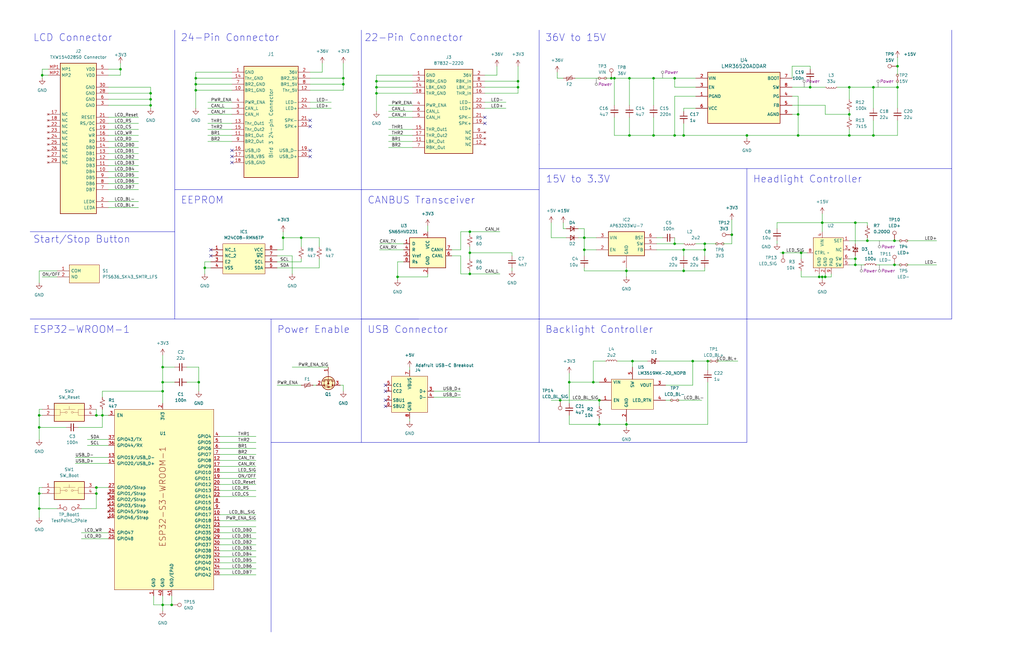
<source format=kicad_sch>
(kicad_sch (version 20231120) (generator "eeschema") (generator_version "8.0")
  (paper "USLedger")
  (title_block (title "Bird 3 Controller") (date "2024-04-14") (rev "Rev 3"))
  (junction (at 288.29 57.15))
  (junction (at 218.44 36.83))
  (junction (at 284.48 33.02))
  (junction (at 347.98 116.84))
  (junction (at 265.43 33.02))
  (junction (at 68.58 255.27))
  (junction (at 240.03 161.29))
  (junction (at 297.18 105.41))
  (junction (at 336.55 48.26))
  (junction (at 82.55 38.1))
  (junction (at 119.38 100.33))
  (junction (at 377.19 111.76))
  (junction (at 252.73 168.91))
  (junction (at 167.64 116.84))
  (junction (at 330.2 106.68))
  (junction (at 86.36 113.03))
  (junction (at 345.44 116.84))
  (junction (at 82.55 33.02))
  (junction (at 264.16 114.3))
  (junction (at 360.68 111.76))
  (junction (at 198.12 106.68))
  (junction (at 16.51 208.28))
  (junction (at 377.19 101.6))
  (junction (at 360.68 109.22))
  (junction (at 368.3 36.83))
  (junction (at 16.51 175.26))
  (junction (at 264.16 179.07))
  (junction (at 127 100.33))
  (junction (at 63.5 41.91))
  (junction (at 68.58 165.1))
  (junction (at 198.12 97.79))
  (junction (at 246.38 100.33))
  (junction (at 218.44 34.29))
  (junction (at 250.19 161.29))
  (junction (at 82.55 35.56))
  (junction (at 236.22 168.91))
  (junction (at 63.5 39.37))
  (junction (at 83.82 161.29))
  (junction (at 252.73 179.07))
  (junction (at 16.51 180.34))
  (junction (at 40.64 208.28))
  (junction (at 259.08 33.02))
  (junction (at 198.12 115.57))
  (junction (at 358.14 36.83))
  (junction (at 314.96 57.15))
  (junction (at 16.51 214.63))
  (junction (at 257.81 33.02))
  (junction (at 378.46 27.94))
  (junction (at 288.29 105.41))
  (junction (at 358.14 57.15))
  (junction (at 144.78 33.02))
  (junction (at 284.48 57.15))
  (junction (at 246.38 105.41))
  (junction (at 284.48 102.87))
  (junction (at 50.8 29.21))
  (junction (at 144.78 35.56))
  (junction (at 360.68 93.98))
  (junction (at 378.46 36.83))
  (junction (at 365.76 101.6))
  (junction (at 341.63 36.83))
  (junction (at 68.58 161.29))
  (junction (at 40.64 205.74))
  (junction (at 68.58 154.94))
  (junction (at 63.5 44.45))
  (junction (at 43.18 175.26))
  (junction (at 298.45 152.4))
  (junction (at 368.3 57.15))
  (junction (at 292.1 152.4))
  (junction (at 158.75 36.83))
  (junction (at 72.39 255.27))
  (junction (at 346.71 116.84))
  (junction (at 358.14 48.26))
  (junction (at 40.64 175.26))
  (junction (at 275.59 33.02))
  (junction (at 266.7 152.4))
  (junction (at 17.78 31.75))
  (junction (at 265.43 57.15))
  (junction (at 337.82 106.68))
  (junction (at 308.61 99.06))
  (junction (at 346.71 93.98))
  (junction (at 158.75 34.29))
  (junction (at 288.29 114.3))
  (junction (at 275.59 57.15))
  (junction (at 158.75 39.37))
  (junction (at 336.55 57.15))
  (junction (at 297.18 102.87))
  (no_connect (at 130.81 50.8))
  (no_connect (at 88.9 105.41))
  (no_connect (at 88.9 107.95))
  (no_connect (at 162.56 165.1))
  (no_connect (at 162.56 162.56))
  (no_connect (at 97.79 68.58))
  (no_connect (at 130.81 66.04))
  (no_connect (at 130.81 63.5))
  (no_connect (at 204.47 52.07))
  (no_connect (at 97.79 66.04))
  (no_connect (at 162.56 168.91))
  (no_connect (at 130.81 53.34))
  (no_connect (at 97.79 63.5))
  (no_connect (at 204.47 49.53))
  (no_connect (at 162.56 171.45))
  (wire (pts (xy 92.71 194.31) (xy 107.95 194.31)))
  (wire (pts (xy 285.75 168.91) (xy 295.91 168.91)))
  (wire (pts (xy 250.19 152.4) (xy 250.19 161.29)))
  (wire (pts (xy 82.55 33.02) (xy 82.55 35.56)))
  (wire (pts (xy 17.78 31.75) (xy 17.78 33.02)))
  (wire (pts (xy 358.14 101.6) (xy 365.76 101.6)))
  (wire (pts (xy 36.83 185.42) (xy 45.72 185.42)))
  (wire (pts (xy 17.78 29.21) (xy 17.78 31.75)))
  (wire (pts (xy 16.51 180.34) (xy 16.51 185.42)))
  (wire (pts (xy 64.77 255.27) (xy 68.58 255.27)))
  (wire (pts (xy 368.3 57.15) (xy 378.46 57.15)))
  (wire (pts (xy 284.48 57.15) (xy 288.29 57.15)))
  (wire (pts (xy 163.83 46.99) (xy 173.99 46.99)))
  (wire (pts (xy 232.41 168.91) (xy 236.22 168.91)))
  (wire (pts (xy 83.82 161.29) (xy 78.74 161.29)))
  (wire (pts (xy 360.68 93.98) (xy 360.68 102.87)))
  (polyline (pts (xy 152.4 80.01) (xy 227.33 80.01)))
  (wire (pts (xy 358.14 46.99) (xy 358.14 48.26)))
  (wire (pts (xy 92.71 240.03) (xy 107.95 240.03)))
  (wire (pts (xy 68.58 165.1) (xy 68.58 170.18)))
  (wire (pts (xy 16.51 208.28) (xy 16.51 214.63)))
  (wire (pts (xy 293.37 45.72) (xy 288.29 45.72)))
  (wire (pts (xy 92.71 209.55) (xy 107.95 209.55)))
  (wire (pts (xy 144.78 38.1) (xy 144.78 35.56)))
  (wire (pts (xy 334.01 27.94) (xy 341.63 27.94)))
  (wire (pts (xy 368.3 50.8) (xy 368.3 57.15)))
  (wire (pts (xy 63.5 44.45) (xy 63.5 45.72)))
  (wire (pts (xy 341.63 34.29) (xy 341.63 36.83)))
  (wire (pts (xy 167.64 116.84) (xy 180.34 116.84)))
  (wire (pts (xy 172.72 154.94) (xy 172.72 156.21)))
  (wire (pts (xy 298.45 179.07) (xy 264.16 179.07)))
  (wire (pts (xy 365.76 95.25) (xy 365.76 93.98)))
  (wire (pts (xy 341.63 36.83) (xy 347.98 36.83)))
  (polyline (pts (xy 227.33 12.7) (xy 227.33 60.96)))
  (wire (pts (xy 276.86 102.87) (xy 284.48 102.87)))
  (wire (pts (xy 116.84 105.41) (xy 119.38 105.41)))
  (wire (pts (xy 72.39 251.46) (xy 72.39 255.27)))
  (wire (pts (xy 87.63 48.26) (xy 97.79 48.26)))
  (wire (pts (xy 246.38 105.41) (xy 246.38 100.33)))
  (wire (pts (xy 45.72 59.69) (xy 58.42 59.69)))
  (wire (pts (xy 158.75 34.29) (xy 173.99 34.29)))
  (wire (pts (xy 337.82 114.3) (xy 337.82 116.84)))
  (wire (pts (xy 92.71 219.71) (xy 107.95 219.71)))
  (polyline (pts (xy 12.7 134.62) (xy 114.3 134.62)))
  (wire (pts (xy 87.63 52.07) (xy 97.79 52.07)))
  (wire (pts (xy 144.78 162.56) (xy 144.78 165.1)))
  (wire (pts (xy 132.08 162.56) (xy 133.35 162.56)))
  (wire (pts (xy 327.66 96.52) (xy 327.66 93.98)))
  (wire (pts (xy 236.22 168.91) (xy 252.73 168.91)))
  (wire (pts (xy 87.63 54.61) (xy 97.79 54.61)))
  (polyline (pts (xy 152.4 80.01) (xy 152.4 134.62)))
  (wire (pts (xy 143.51 162.56) (xy 144.78 162.56)))
  (wire (pts (xy 284.48 40.64) (xy 284.48 57.15)))
  (wire (pts (xy 284.48 33.02) (xy 293.37 33.02)))
  (wire (pts (xy 264.16 114.3) (xy 264.16 116.84)))
  (wire (pts (xy 182.88 167.64) (xy 194.31 167.64)))
  (wire (pts (xy 288.29 105.41) (xy 288.29 107.95)))
  (wire (pts (xy 16.51 214.63) (xy 24.13 214.63)))
  (wire (pts (xy 369.57 111.76) (xy 377.19 111.76)))
  (wire (pts (xy 172.72 176.53) (xy 172.72 177.8)))
  (polyline (pts (xy 227.33 186.69) (xy 227.33 134.62)))
  (wire (pts (xy 345.44 116.84) (xy 346.71 116.84)))
  (wire (pts (xy 163.83 59.69) (xy 173.99 59.69)))
  (polyline (pts (xy 152.4 134.62) (xy 114.3 134.62)))
  (wire (pts (xy 278.13 152.4) (xy 292.1 152.4)))
  (wire (pts (xy 130.81 38.1) (xy 144.78 38.1)))
  (polyline (pts (xy 227.33 134.62) (xy 314.96 134.62)))
  (wire (pts (xy 234.95 33.02) (xy 237.49 33.02)))
  (wire (pts (xy 82.55 38.1) (xy 82.55 45.72)))
  (wire (pts (xy 92.71 207.01) (xy 107.95 207.01)))
  (wire (pts (xy 190.5 107.95) (xy 194.31 107.95)))
  (wire (pts (xy 346.71 116.84) (xy 346.71 118.11)))
  (wire (pts (xy 119.38 97.79) (xy 119.38 100.33)))
  (wire (pts (xy 360.68 107.95) (xy 360.68 109.22)))
  (wire (pts (xy 275.59 33.02) (xy 265.43 33.02)))
  (wire (pts (xy 337.82 116.84) (xy 345.44 116.84)))
  (wire (pts (xy 158.75 39.37) (xy 173.99 39.37)))
  (wire (pts (xy 92.71 191.77) (xy 107.95 191.77)))
  (wire (pts (xy 198.12 106.68) (xy 198.12 109.22)))
  (wire (pts (xy 34.29 214.63) (xy 40.64 214.63)))
  (wire (pts (xy 264.16 177.8) (xy 264.16 179.07)))
  (wire (pts (xy 92.71 227.33) (xy 107.95 227.33)))
  (wire (pts (xy 180.34 116.84) (xy 180.34 115.57)))
  (wire (pts (xy 43.18 180.34) (xy 43.18 175.26)))
  (wire (pts (xy 68.58 154.94) (xy 68.58 161.29)))
  (wire (pts (xy 33.02 180.34) (xy 43.18 180.34)))
  (wire (pts (xy 347.98 44.45) (xy 347.98 48.26)))
  (wire (pts (xy 40.64 205.74) (xy 40.64 208.28)))
  (wire (pts (xy 68.58 255.27) (xy 68.58 257.81)))
  (wire (pts (xy 378.46 36.83) (xy 378.46 45.72)))
  (wire (pts (xy 368.3 36.83) (xy 378.46 36.83)))
  (wire (pts (xy 288.29 52.07) (xy 288.29 57.15)))
  (wire (pts (xy 92.71 196.85) (xy 107.95 196.85)))
  (wire (pts (xy 237.49 96.52) (xy 238.76 96.52)))
  (wire (pts (xy 116.84 110.49) (xy 127 110.49)))
  (wire (pts (xy 288.29 45.72) (xy 288.29 46.99)))
  (wire (pts (xy 215.9 106.68) (xy 215.9 107.95)))
  (wire (pts (xy 288.29 113.03) (xy 288.29 114.3)))
  (wire (pts (xy 160.02 105.41) (xy 170.18 105.41)))
  (wire (pts (xy 92.71 232.41) (xy 107.95 232.41)))
  (wire (pts (xy 45.72 57.15) (xy 58.42 57.15)))
  (wire (pts (xy 377.19 101.6) (xy 379.73 101.6)))
  (wire (pts (xy 240.03 161.29) (xy 240.03 170.18)))
  (wire (pts (xy 276.86 100.33) (xy 279.4 100.33)))
  (wire (pts (xy 45.72 44.45) (xy 63.5 44.45)))
  (wire (pts (xy 328.93 106.68) (xy 330.2 106.68)))
  (wire (pts (xy 259.08 49.53) (xy 259.08 57.15)))
  (polyline (pts (xy 314.96 134.62) (xy 314.96 71.12)))
  (wire (pts (xy 336.55 48.26) (xy 336.55 57.15)))
  (wire (pts (xy 336.55 40.64) (xy 336.55 48.26)))
  (wire (pts (xy 58.42 80.01) (xy 45.72 80.01)))
  (wire (pts (xy 163.83 54.61) (xy 173.99 54.61)))
  (wire (pts (xy 194.31 97.79) (xy 198.12 97.79)))
  (wire (pts (xy 92.71 201.93) (xy 107.95 201.93)))
  (wire (pts (xy 92.71 234.95) (xy 107.95 234.95)))
  (wire (pts (xy 365.76 93.98) (xy 360.68 93.98)))
  (wire (pts (xy 88.9 110.49) (xy 86.36 110.49)))
  (wire (pts (xy 365.76 101.6) (xy 377.19 101.6)))
  (wire (pts (xy 358.14 109.22) (xy 360.68 109.22)))
  (wire (pts (xy 358.14 111.76) (xy 360.68 111.76)))
  (wire (pts (xy 119.38 100.33) (xy 119.38 105.41)))
  (wire (pts (xy 308.61 99.06) (xy 308.61 102.87)))
  (wire (pts (xy 134.62 109.22) (xy 134.62 113.03)))
  (wire (pts (xy 45.72 85.09) (xy 58.42 85.09)))
  (wire (pts (xy 232.41 100.33) (xy 238.76 100.33)))
  (wire (pts (xy 250.19 161.29) (xy 240.03 161.29)))
  (wire (pts (xy 135.89 26.67) (xy 135.89 30.48)))
  (wire (pts (xy 314.96 57.15) (xy 336.55 57.15)))
  (wire (pts (xy 246.38 105.41) (xy 246.38 107.95)))
  (wire (pts (xy 180.34 95.25) (xy 180.34 97.79)))
  (wire (pts (xy 43.18 172.72) (xy 43.18 175.26)))
  (wire (pts (xy 78.74 154.94) (xy 83.82 154.94)))
  (wire (pts (xy 45.72 72.39) (xy 58.42 72.39)))
  (wire (pts (xy 215.9 113.03) (xy 215.9 114.3)))
  (polyline (pts (xy 401.32 12.7) (xy 401.32 71.12)))
  (wire (pts (xy 246.38 114.3) (xy 264.16 114.3)))
  (wire (pts (xy 116.84 107.95) (xy 123.19 107.95)))
  (wire (pts (xy 92.71 237.49) (xy 107.95 237.49)))
  (wire (pts (xy 64.77 251.46) (xy 64.77 255.27)))
  (wire (pts (xy 82.55 38.1) (xy 97.79 38.1)))
  (wire (pts (xy 127 110.49) (xy 127 109.22)))
  (wire (pts (xy 346.71 90.17) (xy 346.71 93.98)))
  (wire (pts (xy 378.46 34.29) (xy 378.46 36.83)))
  (wire (pts (xy 40.64 205.74) (xy 45.72 205.74)))
  (wire (pts (xy 198.12 115.57) (xy 210.82 115.57)))
  (wire (pts (xy 45.72 69.85) (xy 58.42 69.85)))
  (polyline (pts (xy 227.33 134.62) (xy 227.33 60.96)))
  (wire (pts (xy 45.72 36.83) (xy 63.5 36.83)))
  (wire (pts (xy 292.1 152.4) (xy 298.45 152.4)))
  (wire (pts (xy 163.83 62.23) (xy 173.99 62.23)))
  (wire (pts (xy 252.73 161.29) (xy 250.19 161.29)))
  (wire (pts (xy 346.71 93.98) (xy 346.71 97.79)))
  (wire (pts (xy 16.51 172.72) (xy 17.78 172.72)))
  (wire (pts (xy 308.61 102.87) (xy 304.8 102.87)))
  (wire (pts (xy 130.81 45.72) (xy 139.7 45.72)))
  (wire (pts (xy 237.49 93.98) (xy 237.49 96.52)))
  (polyline (pts (xy 152.4 134.62) (xy 227.33 134.62)))
  (wire (pts (xy 163.83 57.15) (xy 173.99 57.15)))
  (wire (pts (xy 134.62 100.33) (xy 127 100.33)))
  (wire (pts (xy 167.64 110.49) (xy 167.64 116.84)))
  (polyline (pts (xy 314.96 134.62) (xy 401.32 134.62)))
  (wire (pts (xy 259.08 33.02) (xy 265.43 33.02)))
  (wire (pts (xy 327.66 93.98) (xy 346.71 93.98)))
  (wire (pts (xy 167.64 116.84) (xy 167.64 118.11)))
  (wire (pts (xy 45.72 64.77) (xy 58.42 64.77)))
  (wire (pts (xy 218.44 27.94) (xy 218.44 34.29)))
  (wire (pts (xy 40.64 214.63) (xy 40.64 208.28)))
  (wire (pts (xy 45.72 39.37) (xy 63.5 39.37)))
  (wire (pts (xy 345.44 115.57) (xy 345.44 116.84)))
  (wire (pts (xy 86.36 110.49) (xy 86.36 113.03)))
  (wire (pts (xy 45.72 74.93) (xy 58.42 74.93)))
  (wire (pts (xy 297.18 105.41) (xy 297.18 102.87)))
  (wire (pts (xy 251.46 100.33) (xy 246.38 100.33)))
  (wire (pts (xy 246.38 96.52) (xy 246.38 100.33)))
  (wire (pts (xy 130.81 30.48) (xy 135.89 30.48)))
  (wire (pts (xy 63.5 39.37) (xy 63.5 41.91)))
  (wire (pts (xy 40.64 175.26) (xy 43.18 175.26)))
  (wire (pts (xy 360.68 111.76) (xy 364.49 111.76)))
  (wire (pts (xy 252.73 179.07) (xy 264.16 179.07)))
  (wire (pts (xy 45.72 41.91) (xy 63.5 41.91)))
  (wire (pts (xy 334.01 36.83) (xy 341.63 36.83)))
  (wire (pts (xy 252.73 176.53) (xy 252.73 179.07)))
  (wire (pts (xy 198.12 106.68) (xy 215.9 106.68)))
  (wire (pts (xy 83.82 154.94) (xy 83.82 161.29)))
  (wire (pts (xy 337.82 106.68) (xy 340.36 106.68)))
  (wire (pts (xy 45.72 67.31) (xy 58.42 67.31)))
  (wire (pts (xy 16.51 175.26) (xy 16.51 180.34)))
  (wire (pts (xy 92.71 184.15) (xy 107.95 184.15)))
  (wire (pts (xy 158.75 36.83) (xy 158.75 39.37)))
  (wire (pts (xy 327.66 101.6) (xy 327.66 102.87)))
  (wire (pts (xy 275.59 57.15) (xy 284.48 57.15)))
  (wire (pts (xy 123.19 107.95) (xy 123.19 115.57)))
  (wire (pts (xy 17.78 116.84) (xy 24.13 116.84)))
  (wire (pts (xy 292.1 152.4) (xy 292.1 162.56)))
  (wire (pts (xy 82.55 35.56) (xy 82.55 38.1)))
  (wire (pts (xy 255.27 152.4) (xy 250.19 152.4)))
  (wire (pts (xy 330.2 106.68) (xy 337.82 106.68)))
  (wire (pts (xy 63.5 36.83) (xy 63.5 39.37)))
  (wire (pts (xy 92.71 222.25) (xy 107.95 222.25)))
  (wire (pts (xy 293.37 36.83) (xy 284.48 36.83)))
  (wire (pts (xy 358.14 48.26) (xy 358.14 49.53)))
  (wire (pts (xy 92.71 242.57) (xy 107.95 242.57)))
  (wire (pts (xy 265.43 49.53) (xy 265.43 57.15)))
  (wire (pts (xy 45.72 29.21) (xy 50.8 29.21)))
  (wire (pts (xy 73.66 161.29) (xy 68.58 161.29)))
  (wire (pts (xy 297.18 113.03) (xy 297.18 114.3)))
  (wire (pts (xy 82.55 33.02) (xy 97.79 33.02)))
  (wire (pts (xy 43.18 175.26) (xy 45.72 175.26)))
  (wire (pts (xy 130.81 35.56) (xy 144.78 35.56)))
  (wire (pts (xy 264.16 113.03) (xy 264.16 114.3)))
  (wire (pts (xy 378.46 27.94) (xy 378.46 31.75)))
  (wire (pts (xy 16.51 114.3) (xy 16.51 119.38)))
  (wire (pts (xy 353.06 36.83) (xy 358.14 36.83)))
  (wire (pts (xy 63.5 41.91) (xy 63.5 44.45)))
  (wire (pts (xy 204.47 34.29) (xy 218.44 34.29)))
  (wire (pts (xy 160.02 102.87) (xy 170.18 102.87)))
  (wire (pts (xy 194.31 105.41) (xy 194.31 97.79)))
  (wire (pts (xy 45.72 87.63) (xy 58.42 87.63)))
  (wire (pts (xy 377.19 111.76) (xy 379.73 111.76)))
  (wire (pts (xy 198.12 97.79) (xy 198.12 99.06)))
  (wire (pts (xy 350.52 115.57) (xy 350.52 116.84)))
  (wire (pts (xy 68.58 251.46) (xy 68.58 255.27)))
  (wire (pts (xy 68.58 149.86) (xy 68.58 154.94)))
  (wire (pts (xy 158.75 31.75) (xy 158.75 34.29)))
  (wire (pts (xy 45.72 62.23) (xy 58.42 62.23)))
  (polyline (pts (xy 114.3 134.62) (xy 114.3 266.7)))
  (wire (pts (xy 266.7 152.4) (xy 273.05 152.4)))
  (wire (pts (xy 68.58 161.29) (xy 68.58 165.1)))
  (wire (pts (xy 252.73 168.91) (xy 252.73 171.45)))
  (wire (pts (xy 284.48 36.83) (xy 284.48 33.02)))
  (wire (pts (xy 302.26 152.4) (xy 311.15 152.4)))
  (wire (pts (xy 43.18 167.64) (xy 43.18 165.1)))
  (polyline (pts (xy 227.33 71.12) (xy 401.32 71.12)))
  (wire (pts (xy 173.99 31.75) (xy 158.75 31.75)))
  (wire (pts (xy 87.63 59.69) (xy 97.79 59.69)))
  (wire (pts (xy 58.42 54.61) (xy 45.72 54.61)))
  (wire (pts (xy 298.45 161.29) (xy 298.45 179.07)))
  (wire (pts (xy 288.29 105.41) (xy 297.18 105.41)))
  (wire (pts (xy 240.03 175.26) (xy 240.03 179.07)))
  (wire (pts (xy 218.44 34.29) (xy 218.44 36.83)))
  (wire (pts (xy 58.42 77.47) (xy 45.72 77.47)))
  (wire (pts (xy 350.52 116.84) (xy 347.98 116.84)))
  (wire (pts (xy 358.14 54.61) (xy 358.14 57.15)))
  (polyline (pts (xy 12.7 97.79) (xy 73.66 97.79)))
  (wire (pts (xy 134.62 104.14) (xy 134.62 100.33)))
  (wire (pts (xy 16.51 214.63) (xy 16.51 218.44)))
  (wire (pts (xy 68.58 255.27) (xy 72.39 255.27)))
  (wire (pts (xy 86.36 113.03) (xy 86.36 115.57)))
  (wire (pts (xy 243.84 96.52) (xy 246.38 96.52)))
  (wire (pts (xy 292.1 162.56) (xy 280.67 162.56)))
  (polyline (pts (xy 152.4 12.7) (xy 152.4 80.01)))
  (wire (pts (xy 116.84 162.56) (xy 127 162.56)))
  (wire (pts (xy 17.78 205.74) (xy 16.51 205.74)))
  (wire (pts (xy 204.47 36.83) (xy 218.44 36.83)))
  (wire (pts (xy 341.63 27.94) (xy 341.63 29.21)))
  (polyline (pts (xy 73.66 12.7) (xy 73.66 97.79)))
  (wire (pts (xy 266.7 152.4) (xy 266.7 154.94)))
  (wire (pts (xy 358.14 41.91) (xy 358.14 36.83)))
  (wire (pts (xy 275.59 49.53) (xy 275.59 57.15)))
  (wire (pts (xy 123.19 154.94) (xy 138.43 154.94)))
  (wire (pts (xy 45.72 193.04) (xy 31.75 193.04)))
  (wire (pts (xy 259.08 57.15) (xy 265.43 57.15)))
  (wire (pts (xy 144.78 26.67) (xy 144.78 33.02)))
  (wire (pts (xy 116.84 113.03) (xy 134.62 113.03)))
  (wire (pts (xy 198.12 104.14) (xy 198.12 106.68)))
  (wire (pts (xy 288.29 57.15) (xy 314.96 57.15)))
  (wire (pts (xy 40.64 172.72) (xy 40.64 175.26)))
  (wire (pts (xy 34.29 227.33) (xy 45.72 227.33)))
  (wire (pts (xy 382.27 101.6) (xy 394.97 101.6)))
  (wire (pts (xy 298.45 152.4) (xy 299.72 152.4)))
  (wire (pts (xy 260.35 152.4) (xy 266.7 152.4)))
  (wire (pts (xy 240.03 157.48) (xy 240.03 161.29)))
  (wire (pts (xy 257.81 33.02) (xy 259.08 33.02)))
  (wire (pts (xy 31.75 195.58) (xy 45.72 195.58)))
  (wire (pts (xy 265.43 57.15) (xy 275.59 57.15)))
  (wire (pts (xy 24.13 114.3) (xy 16.51 114.3)))
  (wire (pts (xy 158.75 36.83) (xy 173.99 36.83)))
  (wire (pts (xy 293.37 102.87) (xy 297.18 102.87)))
  (wire (pts (xy 58.42 49.53) (xy 45.72 49.53)))
  (wire (pts (xy 182.88 165.1) (xy 194.31 165.1)))
  (polyline (pts (xy 401.32 134.62) (xy 401.32 71.12)))
  (wire (pts (xy 334.01 27.94) (xy 334.01 33.02)))
  (polyline (pts (xy 314.96 186.69) (xy 314.96 134.62)))
  (wire (pts (xy 284.48 102.87) (xy 288.29 102.87)))
  (wire (pts (xy 82.55 35.56) (xy 97.79 35.56)))
  (polyline (pts (xy 152.4 134.62) (xy 176.53 134.62)))
  (wire (pts (xy 130.81 33.02) (xy 144.78 33.02)))
  (wire (pts (xy 158.75 34.29) (xy 158.75 36.83)))
  (wire (pts (xy 243.84 100.33) (xy 246.38 100.33)))
  (wire (pts (xy 284.48 102.87) (xy 284.48 100.33)))
  (wire (pts (xy 34.29 224.79) (xy 45.72 224.79)))
  (wire (pts (xy 50.8 29.21) (xy 50.8 31.75)))
  (polyline (pts (xy 152.4 80.01) (xy 73.66 80.01)))
  (wire (pts (xy 92.71 199.39) (xy 107.95 199.39)))
  (wire (pts (xy 92.71 229.87) (xy 107.95 229.87)))
  (wire (pts (xy 255.27 33.02) (xy 257.81 33.02)))
  (wire (pts (xy 337.82 106.68) (xy 337.82 109.22)))
  (wire (pts (xy 251.46 105.41) (xy 246.38 105.41)))
  (wire (pts (xy 20.32 31.75) (xy 17.78 31.75)))
  (wire (pts (xy 365.76 100.33) (xy 365.76 101.6)))
  (wire (pts (xy 334.01 48.26) (xy 336.55 48.26)))
  (wire (pts (xy 190.5 105.41) (xy 194.31 105.41)))
  (wire (pts (xy 298.45 152.4) (xy 298.45 156.21)))
  (wire (pts (xy 87.63 45.72) (xy 97.79 45.72)))
  (wire (pts (xy 68.58 154.94) (xy 73.66 154.94)))
  (wire (pts (xy 50.8 31.75) (xy 45.72 31.75)))
  (wire (pts (xy 43.18 165.1) (xy 68.58 165.1)))
  (wire (pts (xy 163.83 44.45) (xy 173.99 44.45)))
  (polyline (pts (xy 227.33 186.69) (xy 314.96 186.69)))
  (wire (pts (xy 314.96 57.15) (xy 314.96 58.42)))
  (wire (pts (xy 82.55 30.48) (xy 82.55 33.02)))
  (wire (pts (xy 288.29 114.3) (xy 264.16 114.3)))
  (wire (pts (xy 346.71 116.84) (xy 347.98 116.84)))
  (wire (pts (xy 334.01 40.64) (xy 336.55 40.64)))
  (wire (pts (xy 198.12 114.3) (xy 198.12 115.57)))
  (wire (pts (xy 127 100.33) (xy 119.38 100.33)))
  (wire (pts (xy 16.51 172.72) (xy 16.51 175.26)))
  (wire (pts (xy 276.86 105.41) (xy 288.29 105.41)))
  (wire (pts (xy 209.55 27.94) (xy 209.55 31.75)))
  (wire (pts (xy 83.82 161.29) (xy 83.82 165.1)))
  (wire (pts (xy 92.71 217.17) (xy 107.95 217.17)))
  (wire (pts (xy 144.78 33.02) (xy 144.78 35.56)))
  (wire (pts (xy 275.59 33.02) (xy 275.59 44.45)))
  (wire (pts (xy 87.63 43.18) (xy 97.79 43.18)))
  (wire (pts (xy 92.71 204.47) (xy 107.95 204.47)))
  (wire (pts (xy 297.18 102.87) (xy 302.26 102.87)))
  (wire (pts (xy 232.41 93.98) (xy 232.41 100.33)))
  (wire (pts (xy 242.57 33.02) (xy 252.73 33.02)))
  (wire (pts (xy 88.9 113.03) (xy 86.36 113.03)))
  (wire (pts (xy 92.71 186.69) (xy 107.95 186.69)))
  (wire (pts (xy 204.47 45.72) (xy 213.36 45.72)))
  (wire (pts (xy 382.27 111.76) (xy 394.97 111.76)))
  (wire (pts (xy 378.46 24.13) (xy 378.46 27.94)))
  (wire (pts (xy 16.51 175.26) (xy 17.78 175.26)))
  (wire (pts (xy 308.61 92.71) (xy 308.61 99.06)))
  (wire (pts (xy 368.3 45.72) (xy 368.3 36.83)))
  (wire (pts (xy 218.44 39.37) (xy 218.44 36.83)))
  (polyline (pts (xy 114.3 186.69) (xy 152.4 186.69)))
  (wire (pts (xy 284.48 33.02) (xy 275.59 33.02)))
  (wire (pts (xy 346.71 93.98) (xy 360.68 93.98)))
  (wire (pts (xy 92.71 224.79) (xy 107.95 224.79)))
  (wire (pts (xy 259.08 33.02) (xy 259.08 44.45)))
  (wire (pts (xy 360.68 109.22) (xy 360.68 111.76)))
  (wire (pts (xy 358.14 57.15) (xy 368.3 57.15)))
  (wire (pts (xy 20.32 29.21) (xy 17.78 29.21)))
  (wire (pts (xy 264.16 179.07) (xy 264.16 180.34)))
  (wire (pts (xy 158.75 39.37) (xy 158.75 46.99)))
  (polyline (pts (xy 73.66 97.79) (xy 73.66 134.62)))
  (wire (pts (xy 378.46 50.8) (xy 378.46 57.15)))
  (wire (pts (xy 265.43 33.02) (xy 265.43 44.45)))
  (wire (pts (xy 336.55 57.15) (xy 358.14 57.15)))
  (wire (pts (xy 347.98 48.26) (xy 358.14 48.26)))
  (wire (pts (xy 16.51 180.34) (xy 27.94 180.34)))
  (wire (pts (xy 127 100.33) (xy 127 104.14)))
  (wire (pts (xy 347.98 115.57) (xy 347.98 116.84)))
  (wire (pts (xy 16.51 208.28) (xy 17.78 208.28)))
  (wire (pts (xy 87.63 57.15) (xy 97.79 57.15)))
  (wire (pts (xy 204.47 31.75) (xy 209.55 31.75)))
  (wire (pts (xy 198.12 97.79) (xy 210.82 97.79)))
  (wire (pts (xy 170.18 110.49) (xy 167.64 110.49)))
  (wire (pts (xy 50.8 26.67) (xy 50.8 29.21)))
  (wire (pts (xy 16.51 205.74) (xy 16.51 208.28)))
  (wire (pts (xy 246.38 113.03) (xy 246.38 114.3)))
  (wire (pts (xy 194.31 115.57) (xy 198.12 115.57)))
  (wire (pts (xy 297.18 105.41) (xy 297.18 107.95)))
  (wire (pts (xy 280.67 168.91) (xy 283.21 168.91)))
  (wire (pts (xy 194.31 107.95) (xy 194.31 115.57)))
  (polyline (pts (xy 624.84 119.38) (xy 624.84 67.31)))
  (wire (pts (xy 58.42 52.07) (xy 45.72 52.07)))
  (polyline (pts (xy 152.4 186.69) (xy 152.4 134.62)))
  (wire (pts (xy 368.3 36.83) (xy 358.14 36.83)))
  (wire (pts (xy 293.37 40.64) (xy 284.48 40.64)))
  (wire (pts (xy 130.81 43.18) (xy 139.7 43.18)))
  (wire (pts (xy 297.18 114.3) (xy 288.29 114.3)))
  (wire (pts (xy 240.03 179.07) (xy 252.73 179.07)))
  (wire (pts (xy 204.47 39.37) (xy 218.44 39.37)))
  (wire (pts (xy 334.01 44.45) (xy 347.98 44.45)))
  (wire (pts (xy 97.79 30.48) (xy 82.55 30.48)))
  (wire (pts (xy 204.47 43.18) (xy 213.36 43.18)))
  (wire (pts (xy 163.83 49.53) (xy 173.99 49.53)))
  (wire (pts (xy 92.71 189.23) (xy 107.95 189.23)))
  (wire (pts (xy 36.83 187.96) (xy 45.72 187.96)))
  (polyline (pts (xy 152.4 186.69) (xy 227.33 186.69)))
  (wire (pts (xy 234.95 33.02) (xy 234.95 30.48)))
  (text "22-Pin Connector" (at 153.67 17.78 0) (effects (font (size 3 3)) (justify left bottom)))
  (text "Headlight Controller" (at 317.5 77.47 0) (effects (font (size 3 3)) (justify left bottom)))
  (text "15V to 3.3V" (at 230.124 77.47 0) (effects (font (size 3 3)) (justify left bottom)))
  (text "EEPROM" (at 76.2 86.36 0) (effects (font (size 3 3)) (justify left bottom)))
  (text "36V to 15V" (at 229.87 17.78 0) (effects (font (size 3 3)) (justify left bottom)))
  (text "Power Enable" (at 116.84 140.97 0) (effects (font (size 3 3)) (justify left bottom)))
  (text "ESP32-WROOM-1" (at 13.97 140.97 0) (effects (font (size 3 3)) (justify left bottom)))
  (text "CANBUS Transceiver" (at 154.94 86.36 0) (effects (font (size 3 3)) (justify left bottom)))
  (text "24-Pin Connector" (at 76.2 17.78 0) (effects (font (size 3 3)) (justify left bottom)))
  (text "LCD Connector" (at 13.97 17.78 0) (effects (font (size 3 3)) (justify left bottom)))
  (text "Backlight Controller" (at 229.87 140.97 0) (effects (font (size 3 3)) (justify left bottom)))
  (text "Start/Stop Button" (at 13.97 102.87 0) (effects (font (size 3 3)) (justify left bottom)))
  (text "USB Connector" (at 154.94 140.97 0) (effects (font (size 3 3)) (justify left bottom)))
  (label "LED-" (at 389.89 111.76 0))
  (label "LED+" (at 133.35 45.72 0))
  (label "BR2" (at 88.9 59.69 0))
  (label "LCD_DB3" (at 97.79 232.41 0))
  (label "LCD_DB7" (at 97.79 242.57 0))
  (label "CAN_TX" (at 100.33 194.31 0))
  (label "LCD_DB2" (at 97.79 229.87 0))
  (label "LCD_DB4" (at 97.79 234.95 0))
  (label "LED-" (at 133.35 43.18 0))
  (label "USB_D+" (at 186.69 165.1 0))
  (label "CAN_RX" (at 100.33 196.85 0))
  (label "LCD_CS" (at 48.26 54.61 0))
  (label "USB_D+" (at 31.75 195.58 0))
  (label "LCD_DB1" (at 97.79 227.33 0))
  (label "LCD_CS" (at 97.79 209.55 0))
  (label "LCD_BL-" (at 288.29 168.91 0))
  (label "PWR_ENA_SIG" (at 125.73 154.94 0))
  (label "THR1" (at 88.9 52.07 0))
  (label "LCD_RD" (at 48.26 59.69 0))
  (label "LED_SIG" (at 331.47 106.68 0))
  (label "THR1" (at 165.1 54.61 0))
  (label "PWR_ENA" (at 165.1 44.45 0))
  (label "LCD_BL_SIG" (at 96.52 217.17 0))
  (label "PWR_ENA" (at 116.84 162.56 0))
  (label "LCD_DB6" (at 48.26 77.47 0))
  (label "CAN_H" (at 204.47 97.79 0))
  (label "LCD_DB6" (at 97.79 240.03 0))
  (label "LCD_DB3" (at 48.26 69.85 0))
  (label "BR1" (at 88.9 57.15 0))
  (label "THR2" (at 165.1 57.15 0))
  (label "THR2" (at 88.9 54.61 0))
  (label "LCD_DB4" (at 48.26 72.39 0))
  (label "PWR_ENA_SIG" (at 95.25 219.71 0))
  (label "CAN_TX" (at 160.02 102.87 0))
  (label "LED+" (at 207.01 45.72 0))
  (label "ON{slash}OFF" (at 17.78 116.84 0))
  (label "LED+" (at 389.89 101.6 0))
  (label "SCL" (at 38.1 187.96 0))
  (label "CAN_H" (at 165.1 49.53 0))
  (label "LCD_BL+" (at 48.26 87.63 0))
  (label "LED_SIG" (at 100.33 199.39 0))
  (label "LCD_WR" (at 48.26 57.15 0))
  (label "PWR_ENA" (at 88.9 43.18 0))
  (label "LCD_DB7" (at 48.26 80.01 0))
  (label "LCD_RS" (at 48.26 52.07 0))
  (label "BR1" (at 165.1 59.69 0))
  (label "LCD_DB0" (at 48.26 62.23 0))
  (label "LCD_BL-" (at 48.26 85.09 0))
  (label "LCD_RS" (at 97.79 207.01 0))
  (label "LCD_BL+" (at 302.26 152.4 0))
  (label "CAN_H" (at 88.9 48.26 0))
  (label "LCD_BL_SIG" (at 241.3 168.91 0))
  (label "SDA" (at 118.11 113.03 0))
  (label "LCD_DB5" (at 48.26 74.93 0))
  (label "THR1" (at 100.33 184.15 0))
  (label "USB_D-" (at 186.69 167.64 0))
  (label "THR2" (at 100.33 186.69 0))
  (label "CAN_L" (at 88.9 45.72 0))
  (label "BR1" (at 100.33 189.23 0))
  (label "BR2" (at 100.33 191.77 0))
  (label "LCD_Reset" (at 97.79 204.47 0))
  (label "SDA" (at 38.1 185.42 0))
  (label "ON{slash}OFF" (at 100.33 201.93 0))
  (label "CAN_L" (at 165.1 46.99 0))
  (label "LCD_DB1" (at 48.26 64.77 0))
  (label "USB_D-" (at 31.75 193.04 0))
  (label "BR2" (at 165.1 62.23 0))
  (label "LCD_RD" (at 35.56 227.33 0))
  (label "LED-" (at 207.01 43.18 0))
  (label "LCD_DB5" (at 97.79 237.49 0))
  (label "CAN_RX" (at 160.02 105.41 0))
  (label "LCD_DB0" (at 97.79 224.79 0))
  (label "CAN_L" (at 204.47 115.57 0))
  (label "LCD_WR" (at 35.56 224.79 0))
  (label "LCD_Reset" (at 48.26 49.53 0))
  (label "LCD_DB2" (at 48.26 67.31 0))
  (label "SCL" (at 118.11 110.49 0))
  (netclass_flag "" (length 2.54) (shape round) (at 279.4 33.02 0) (property "Netclass" "Power" (at 280.0985 30.48 0) (effects (font (italic yes)) (justify left))))
  (netclass_flag "" (length 2.54) (shape round) (at 370.2686 36.83 0) (property "Netclass" "Power" (at 370.9671 34.29 0) (effects (font (italic yes)) (justify left))))
  (netclass_flag "" (length 2.54) (shape round) (at 251.46 33.02 180) (property "Netclass" "Power" (at 252.1585 35.56 0) (effects (font (italic yes)) (justify left))))
  (netclass_flag "" (length 2.54) (shape round) (at 370.84 111.76 180) (property "Netclass" "Power" (at 371.5385 114.3 0) (effects (font (italic yes)) (justify left))))
  (netclass_flag "" (length 2.54) (shape round) (at 370.84 101.6 180) (property "Netclass" "Power" (at 371.5385 104.14 0) (effects (font (italic yes)) (justify left))))
  (netclass_flag "" (length 2.54) (shape round) (at 363.22 111.76 180) (property "Netclass" "Power" (at 363.9185 114.3 0) (effects (font (italic yes)) (justify left))))
  (netclass_flag "" (length 2.54) (shape round) (at 339.09 36.83 0) (property "Netclass" "Power" (at 339.7885 34.29 0) (effects (font (italic yes)) (justify left))))
  (symbol (lib_id "Device:C_Small") (at 246.38 110.49 0) (unit 1)
    (property "Reference" "C4" (at 243.84 109.2263 0) (effects (justify right)))
    (property "Value" "10u" (at 243.84 111.7663 0) (effects (justify right)))
    (property "Footprint" "Capacitor_SMD:C_0805_2012Metric" (effects (hide yes)))
    (property "Datasheet" "https://www.mouser.com/datasheet/2/281/1/GRT21BC71E106KE13_01A-3158174.pdf" (effects (hide yes)))
    (property "Description" "5V/15V Decoupling" (effects (hide yes)))
    (property "Digikey Part Number" "490-GRT21BC71E106KE13LCT-ND" (effects (hide yes)))
    (property "JLCPCB Part" "C882505" (effects (hide yes)))
    (property "Mouser Price QTY1" "0.35" (effects (hide yes)))
    (property "Mouser Price QTY10" "0.199" (effects (hide yes)))
    (property "Mouser Price/Stock" "https://www.mouser.com/ProductDetail/Murata-Electronics/GRT21BC71E106KE13L?qs=rrS6PyfT74dm3CAfGBwgnw%3D%3D" (effects (hide yes)))
    (property "Rating" "25V" (effects (hide yes)))
    (property "manf#" "GRT21BC71E106KE13L" (effects (hide yes)))
    (property "mouser#" "81-GRT21BC71E106KE13" (effects (hide yes)))
    (property "manf" "Murata Electronics" (effects (hide yes)))
  )
  (symbol (lib_id "Bird3Controller:TestPoint_Junction") (at 378.46 33.02 90) (unit 1) (in_bom no)
    (property "Reference" "TP2" (at 381 31.75 90))
    (property "Value" "15V" (at 381 34.29 90))
    (property "Footprint" "Bird3Controller:TestPointBridge_2Pads_D1.5mm" (effects (hide yes)))
  )
  (symbol (lib_id "Device:D_Schottky_Small") (at 275.59 152.4 0) (mirror y) (unit 1)
    (property "Reference" "D1" (at 275.844 148.59 0))
    (property "Value" "D_Schottky_Small" (effects (hide yes)))
    (property "Footprint" "Diode_SMD:D_0805_2012Metric" (effects (hide yes)))
    (property "Datasheet" "https://www.mouser.com/datasheet/2/40/schottky-3165252.pdf" (effects (hide yes)))
    (property "Description" "Freewheeling Diode" (effects (hide yes)))
    (property "Digikey Part Number" "478-7800-1-ND" (effects (hide yes)))
    (property "JLCPCB Part" "C143773" (effects (hide yes)))
    (property "Mouser Price QTY1" "0.32" (effects (hide yes)))
    (property "Mouser Price QTY10" "0.252" (effects (hide yes)))
    (property "Mouser Price/Stock" "https://www.mouser.com/ProductDetail/KYOCERA-AVX/SD0805S020S1R0?qs=jCA%252BPfw4LHbpkAoSnwrdjw%3D%3D" (effects (hide yes)))
    (property "Rating" "20V" (effects (hide yes)))
    (property "manf#" "SD0805S020S1R0" (effects (hide yes)))
    (property "mouser#" "581-SD0805S020S1R0" (effects (hide yes)))
    (property "manf" "KYOCERA AVX" (effects (hide yes)))
  )
  (symbol (lib_id "Device:R_Small_US") (at 127 106.68 0) (unit 1)
    (property "Reference" "R8" (at 129.54 105.4099 0) (effects (justify left)))
    (property "Value" "4k7" (at 129.54 107.9499 0) (effects (justify left)))
    (property "Footprint" "Resistor_SMD:R_0805_2012Metric" (effects (hide yes)))
    (property "Datasheet" "https://www.vishay.com/doc?20035" (effects (hide yes)))
    (property "Description" "I2C Pullup" (effects (hide yes)))
    (property "Digikey Part Number" "541-4.7KACT-ND" (effects (hide yes)))
    (property "JLCPCB Part" "C844941" (effects (hide yes)))
    (property "Mouser Price QTY1" "0.10" (effects (hide yes)))
    (property "Mouser Price QTY10" "0.02" (effects (hide yes)))
    (property "Mouser Price/Stock" "https://www.mouser.com/ProductDetail/Vishay-Dale/CRCW08054K70JNEA?qs=kkyyugUlSrPc3tCn%2F8R5yw%3D%3D" (effects (hide yes)))
    (property "Rating" "150v, 125mW" (effects (hide yes)))
    (property "manf#" "CRCW08054K70JNEA" (effects (hide yes)))
    (property "mouser#" "71-CRCW0805J-4.7K-E3" (effects (hide yes)))
    (property "manf" "Vishay / Dale" (effects (hide yes)))
  )
  (symbol (lib_id "power:GND") (at 63.5 45.72 0) (unit 1)
    (property "Reference" "#PWR015" (effects (hide yes)))
    (property "Value" "GND" (at 63.5 50.8 0))
  )
  (symbol (lib_id "Bird3Controller:PTS526_SK15_SMTR2_LFS") (at 29.21 207.01 0) (unit 1)
    (property "Reference" "SW1" (at 29.21 198.12 0))
    (property "Value" "SW_Boot" (at 29.21 200.66 0))
    (property "Footprint" "Bird3Controller:PTS526SK15SMTR2LFS" (effects (hide yes)))
    (property "Datasheet" "https://www.ckswitches.com/media/2780/pts526.pdf" (effects (hide yes)))
    (property "Description" "Boot Button" (effects (hide yes)))
    (property "Height" "1.65" (effects (hide yes)))
    (property "Mouser Price/Stock" "https://www.mouser.com/ProductDetail/CK/PTS526-SK15-SMTR2-LFS?qs=UXgszm6BlbF5Ezp94JAQtw%3D%3D" (effects (hide yes)))
    (property "Digikey Part Number" "CKN12221-1-ND" (effects (hide yes)))
    (property "JLCPCB Part" "C2689521" (effects (hide yes)))
    (property "Mouser Price QTY1" "0.14" (effects (hide yes)))
    (property "Mouser Price QTY10" "0.13" (effects (hide yes)))
    (property "Rating" "12V, 50mA" (effects (hide yes)))
    (property "manf#" "PTS526 SK15 SMTR2 LFS" (effects (hide yes)))
    (property "mouser#" "611-PTS526SK15SMR2L" (effects (hide yes)))
    (property "manf" "C & K COMPONENTS" (effects (hide yes)))
  )
  (symbol (lib_id "Bird3Controller:AL8862") (at 349.25 106.68 0) (unit 1)
    (property "Reference" "U2" (at 348.9041 95.25 0) (effects (justify left)))
    (property "Value" "~" (at 349.25 106.68 0))
    (property "Footprint" "Bird3Controller:Diodes_SO-8EP" (effects (hide yes)))
    (property "Datasheet" "https://www.mouser.com/datasheet/2/115/AL8862-1274720.pdf" (effects (hide yes)))
    (property "Description" "Headlight Driver" (effects (hide yes)))
    (property "Mouser Price QTY1" "0.93" (effects (hide yes)))
    (property "Mouser Price QTY10" "0.748" (effects (hide yes)))
    (property "Mouser Price/Stock" "https://www.mouser.com/ProductDetail/Diodes-Incorporated/AL8862SP-13?qs=W0yvOO0ixfFVclRYoOMX8w%3D%3D" (effects (hide yes)))
    (property "Rating" "60V" (effects (hide yes)))
    (property "manf#" "AL8862SP-13" (effects (hide yes)))
    (property "mouser#" "621-AL8862SP-13" (effects (hide yes)))
    (property "manf" "Diodes" (effects (hide yes)))
  )
  (symbol (lib_id "Device:C_Small") (at 298.45 158.75 0) (unit 1)
    (property "Reference" "C22" (at 300.99 157.4863 0) (effects (justify left)))
    (property "Value" "1u" (at 300.99 160.0263 0) (effects (justify left)))
    (property "Footprint" "Capacitor_SMD:C_0805_2012Metric" (effects (hide yes)))
    (property "Datasheet" "https://www.mouser.com/datasheet/2/585/MLCC-1837944.pdf" (effects (hide yes)))
    (property "Description" "LCD Backlight Output Cap" (effects (hide yes)))
    (property "Digikey Part Number" "1276-1029-1-ND" (effects (hide yes)))
    (property "JLCPCB Part" "C28323" (effects (hide yes)))
    (property "Mouser Price QTY1" "0.11" (effects (hide yes)))
    (property "Mouser Price QTY10" "0.045" (effects (hide yes)))
    (property "Mouser Price/Stock" "https://www.mouser.com/ProductDetail/Samsung-Electro-Mechanics/CL21B105KBFNNNE?qs=yOVawPpwOwmddQEBPU6Y9A%3D%3D" (effects (hide yes)))
    (property "Rating" "50V" (effects (hide yes)))
    (property "manf#" "CL21B105KBFNNNE" (effects (hide yes)))
    (property "mouser#" "187-CL21B105KBFNNNE" (effects (hide yes)))
    (property "manf" "Samsung Electro-Mechanics" (effects (hide yes)))
  )
  (symbol (lib_id "Connector:TestPoint") (at 377.19 111.76 0) (unit 1)
    (property "Reference" "TP11" (at 375.92 107.188 0) (effects (justify right)))
    (property "Value" "LED-" (at 375.92 109.728 0) (effects (justify right)))
    (property "Footprint" "Bird3Controller:Labeled_TestPoint_1.5mm" (effects (hide yes)))
    (property "Description" "test point" (effects (hide yes)))
  )
  (symbol (lib_id "Device:R_Small_US") (at 198.12 111.76 0) (unit 1)
    (property "Reference" "R6" (at 200.66 110.49 0) (effects (justify left)))
    (property "Value" "60" (at 200.66 113.03 0) (effects (justify left)))
    (property "Footprint" "Resistor_SMD:R_0805_2012Metric" (effects (hide yes)))
    (property "Datasheet" "https://www.vishay.com/doc?20065" (effects (hide yes)))
    (property "Description" "CANBUS Termination" (effects (hide yes)))
    (property "Digikey Part Number" "541-RCS080560R4FKEACT-ND" (effects (hide yes)))
    (property "JLCPCB Part" "C1880864" (effects (hide yes)))
    (property "Mouser Price QTY1" "0.13" (effects (hide yes)))
    (property "Mouser Price QTY10" "0.043" (effects (hide yes)))
    (property "Mouser Price/Stock" "https://www.mouser.com/ProductDetail/Vishay-Dale/RCS080560R4FKEA?qs=AAB0DUhlpksv20rhg0ZRxw%3D%3D" (effects (hide yes)))
    (property "Rating" "150v, 500mW" (effects (hide yes)))
    (property "manf#" "RCS080560R4FKEA" (effects (hide yes)))
    (property "mouser#" "71-RCS080560R4FKEA" (effects (hide yes)))
    (property "manf" "Vishay / Dale" (effects (hide yes)))
  )
  (symbol (lib_id "power:GND") (at 16.51 218.44 0) (unit 1)
    (property "Reference" "#PWR011" (effects (hide yes)))
    (property "Value" "GND" (at 16.51 223.52 0))
  )
  (symbol (lib_id "Bird3Controller:2N7002A - Q_NMOS_GSD") (at 138.43 160.02 270) (unit 1)
    (property "Reference" "Q1" (at 138.43 166.37 90))
    (property "Value" "2N7002A" (effects (hide yes)))
    (property "Footprint" "Package_TO_SOT_SMD:TSOT-23" (effects (hide yes)))
    (property "Datasheet" "https://diotec.com/request/datasheet/2n7002.pdf" (effects (hide yes)))
    (property "Description" "PWR_ENA Transistor" (effects (hide yes)))
    (property "Mouser Price QTY1" "0.11" (effects (hide yes)))
    (property "Mouser Price QTY10" "0.081" (effects (hide yes)))
    (property "Mouser Price/Stock" "https://www.mouser.com/ProductDetail/Diotec-Semiconductor/2N7002A?qs=OlC7AqGiEDkkJvTsYoVAvg%3D%3D" (effects (hide yes)))
    (property "Rating" "60V, 280mA, 2 Ohms" (effects (hide yes)))
    (property "manf#" "2N7002A" (effects (hide yes)))
    (property "mouser#" "637-2N7002A" (effects (hide yes)))
    (property "manf" "Diotec" (effects (hide yes)))
  )
  (symbol (lib_id "Device:C_Small") (at 240.03 172.72 0) (unit 1)
    (property "Reference" "C21" (at 242.57 171.4563 0) (effects (justify left)))
    (property "Value" "4u7" (at 242.57 173.9963 0) (effects (justify left)))
    (property "Footprint" "Capacitor_SMD:C_1210_3225Metric" (effects (hide yes)))
    (property "Datasheet" "https://www.mouser.com/datasheet/2/585/MLCC_Automotive-1837966.pdf" (effects (hide yes)))
    (property "Description" "Backlight Driver Decoupling" (effects (hide yes)))
    (property "Digikey Part Number" "1276-CL32Y475KCIVPNECT-ND" (effects (hide yes)))
    (property "JLCPCB Part" "C385986" (effects (hide yes)))
    (property "Mouser Price QTY1" "0.36" (effects (hide yes)))
    (property "Mouser Price QTY10" "0.179" (effects (hide yes)))
    (property "Mouser Price/Stock" "https://www.mouser.com/ProductDetail/Samsung-Electro-Mechanics/CL32B475KBUYNNE?qs=hqM3L16%252Bxlekel2U%252B66N8g%3D%3D" (effects (hide yes)))
    (property "Rating" "50V" (effects (hide yes)))
    (property "manf#" "CL32B475KBUYNNE" (effects (hide yes)))
    (property "mouser#" "187-CL32B475KBUYNNE" (effects (hide yes)))
    (property "manf" "Samsung Electro-Mechanics" (effects (hide yes)))
  )
  (symbol (lib_id "power:+3V3") (at 180.34 95.25 0) (unit 1)
    (property "Reference" "#PWR014" (effects (hide yes)))
    (property "Value" "+3V3" (at 180.34 90.17 0))
  )
  (symbol (lib_id "power:+3V3") (at 68.58 149.86 0) (unit 1)
    (property "Reference" "#PWR020" (effects (hide yes)))
    (property "Value" "+3V3" (at 68.58 144.78 0))
  )
  (symbol (lib_id "Bird3Controller:TestPoint_Junction") (at 381 111.76 180) (unit 1) (in_bom no)
    (property "Reference" "TP5" (at 381 114.3 0))
    (property "Value" "LED-" (at 381 116.84 0))
    (property "Footprint" "Bird3Controller:TestPointBridge_2Pads_D1.5mm" (effects (hide yes)))
  )
  (symbol (lib_id "Bird3Controller:ESP32-S3-WROOM-1") (at 68.58 210.82 0) (unit 1)
    (property "Reference" "U1" (at 67.31 182.88 0) (effects (justify left)))
    (property "Value" "ESP32-S3-WROOM-1" (effects (hide yes)))
    (property "Footprint" "Bird3Controller:ESP32-S3-WROOM-1" (effects (hide yes)))
    (property "Datasheet" "https://www.espressif.com/sites/default/files/documentation/esp32-s3-wroom-1_wroom-1u_datasheet_en.pdf" (effects (hide yes)))
    (property "Description" "Microcontroller" (effects (hide yes)))
    (property "Digikey Part Number" "1965-ESP32-S3-WROOM-1-N8R8CT-ND" (effects (hide yes)))
    (property "JLCPCB Part" "C2913201" (effects (hide yes)))
    (property "Mouser Price QTY1" "3.62" (effects (hide yes)))
    (property "Mouser Price QTY10" "3.62" (effects (hide yes)))
    (property "Mouser Price/Stock" "https://www.mouser.com/ProductDetail/Espressif-Systems/ESP32-S3-WROOM-1-N8R8?qs=7D1LtPJG0i3%2F28hKFavOpQ%3D%3D" (effects (hide yes)))
    (property "Rating" "3.6V" (effects (hide yes)))
    (property "manf#" "ESP32-S3-WROOM-1-N8R8" (effects (hide yes)))
    (property "mouser#" "356-EP32S3WROOM1N8R8" (effects (hide yes)))
    (property "manf" "Espressif Systems" (effects (hide yes)))
  )
  (symbol (lib_id "power:GND") (at 346.71 118.11 0) (unit 1)
    (property "Reference" "#PWR027" (effects (hide yes)))
    (property "Value" "GND" (at 346.71 123.19 0))
  )
  (symbol (lib_id "Device:R_Small_US") (at 43.18 170.18 180) (unit 1)
    (property "Reference" "R1" (at 45.72 168.91 0) (effects (justify right)))
    (property "Value" "4k7" (at 45.72 171.45 0) (effects (justify right)))
    (property "Footprint" "Resistor_SMD:R_0805_2012Metric" (effects (hide yes)))
    (property "Datasheet" "https://www.vishay.com/doc?20035" (effects (hide yes)))
    (property "Description" "ESP32 Reset Pullup" (effects (hide yes)))
    (property "Digikey Part Number" "541-4.7KACT-ND" (effects (hide yes)))
    (property "JLCPCB Part" "C844941" (effects (hide yes)))
    (property "Mouser Price QTY1" "0.10" (effects (hide yes)))
    (property "Mouser Price QTY10" "0.02" (effects (hide yes)))
    (property "Mouser Price/Stock" "https://www.mouser.com/ProductDetail/Vishay-Dale/CRCW08054K70JNEA?qs=kkyyugUlSrPc3tCn%2F8R5yw%3D%3D" (effects (hide yes)))
    (property "Rating" "150v, 125mW" (effects (hide yes)))
    (property "manf#" "CRCW08054K70JNEA" (effects (hide yes)))
    (property "mouser#" "71-CRCW0805J-4.7K-E3" (effects (hide yes)))
    (property "manf" "Vishay / Dale" (effects (hide yes)))
  )
  (symbol (lib_id "Device:R_Small_US") (at 358.14 52.07 180) (unit 1)
    (property "Reference" "R13" (at 360.68 50.8 0) (effects (justify right)))
    (property "Value" "7k15" (at 360.68 53.34 0) (effects (justify right)))
    (property "Footprint" "Resistor_SMD:R_0805_2012Metric" (effects (hide yes)))
    (property "Datasheet" "https://www.vishay.com/docs/20035/dcrcwe3.pdf" (effects (hide yes)))
    (property "Description" "15V Voltage Set Divider" (effects (hide yes)))
    (property "Mouser Price QTY1" "0.11" (effects (hide yes)))
    (property "Mouser Price QTY10" "0.029" (effects (hide yes)))
    (property "Mouser Price/Stock" "https://www.mouser.com/ProductDetail/Vishay-Dale/CRCW08057K15FKEAC?qs=E3Y5ESvWgWMF1asUDdVWEg%3D%3D" (effects (hide yes)))
    (property "Rating" "150v, 500mW" (effects (hide yes)))
    (property "manf#" "CRCW08057K15FKEAC" (effects (hide yes)))
    (property "mouser#" "71-CRCW08057K15FKEAC" (effects (hide yes)))
    (property "manf" "Vishay / Dale" (effects (hide yes)))
  )
  (symbol (lib_id "Connector:TestPoint") (at 378.46 27.94 90) (unit 1)
    (property "Reference" "TP9" (at 375.158 22.86 90))
    (property "Value" "15V" (at 375.158 25.4 90))
    (property "Footprint" "Bird3Controller:Labeled_TestPoint_1.5mm" (effects (hide yes)))
    (property "Description" "test point" (effects (hide yes)))
  )
  (symbol (lib_id "Device:C_Small") (at 76.2 161.29 90) (unit 1)
    (property "Reference" "C1" (at 76.2063 166.37 90))
    (property "Value" "100n" (at 76.2063 168.91 90))
    (property "Footprint" "Capacitor_SMD:C_0805_2012Metric" (effects (hide yes)))
    (property "Datasheet" "https://www.mouser.com/datasheet/2/40/KGM_X7R-3223212.pdf" (effects (hide yes)))
    (property "Description" "ESP32 Decoupling" (effects (hide yes)))
    (property "Digikey Part Number" "13-AC0805JRX7R9BB104CT-ND" (effects (hide yes)))
    (property "Mouser Price QTY1" "0.10" (effects (hide yes)))
    (property "Mouser Price QTY10" "0.037" (effects (hide yes)))
    (property "Mouser Price/Stock" "https://www.mouser.com/ProductDetail/KYOCERA-AVX/KGM21NR71H104KT?qs=Jm2GQyTW%2Fbj%252BykwLLGtT1A%3D%3D" (effects (hide yes)))
    (property "Rating" "50V" (effects (hide yes)))
    (property "manf#" "KGM21NR71H104KT" (effects (hide yes)))
    (property "mouser#" "581-KGM21NR71H104KT" (effects (hide yes)))
    (property "manf" "KYOCERA AVX" (effects (hide yes)))
  )
  (symbol (lib_id "Device:R_Small_US") (at 365.76 97.79 0) (unit 1)
    (property "Reference" "R7" (at 368.3 95.25 0) (effects (justify left)))
    (property "Value" "0.200Ω" (at 368.3 97.79 0) (effects (justify left)))
    (property "Footprint" "Resistor_SMD:R_0805_2012Metric" (effects (hide yes)))
    (property "Datasheet" "https://www.mouser.com/datasheet/2/418/9/ENG_DS_1773269_3_C-3134968.pdf" (effects (hide yes)))
    (property "Description" "Current Sense" (effects (hide yes)))
    (property "Mouser Price QTY1" "0.26" (effects (hide yes)))
    (property "Mouser Price QTY10" "0.221" (effects (hide yes)))
    (property "Mouser Price/Stock" "https://www.mouser.com/ProductDetail/TE-Connectivity-CGS/RLC73K2AR20FTDF?qs=9vOqFld9vZWQ3oqbYNtegw%3D%3D" (effects (hide yes)))
    (property "Rating" "125mW" (effects (hide yes)))
    (property "manf#" "RLC73K2AR20FTDF" (effects (hide yes)))
    (property "mouser#" "279-RLC73K2AR20FTDF" (effects (hide yes)))
    (property "manf" "TE Connectivity / CGS" (effects (hide yes)))
  )
  (symbol (lib_id "Connector:TestPoint") (at 330.2 106.68 180) (unit 1)
    (property "Reference" "TP13" (at 327.66 108.7119 0) (effects (justify left)))
    (property "Value" "LED_SIG" (at 327.66 111.2519 0) (effects (justify left)))
    (property "Footprint" "Bird3Controller:Labeled_TestPoint_1.5mm" (effects (hide yes)))
    (property "Description" "test point" (effects (hide yes)))
  )
  (symbol (lib_id "power:+36V") (at 234.95 30.48 0) (unit 1)
    (property "Reference" "#PWR031" (effects (hide yes)))
    (property "Value" "+36V" (at 234.95 25.4 0))
  )
  (symbol (lib_id "Device:R_Small_US") (at 337.82 111.76 180) (unit 1)
    (property "Reference" "R3" (at 335.28 110.49 0) (effects (justify left)))
    (property "Value" "10k" (at 335.28 113.03 0) (effects (justify left)))
    (property "Footprint" "Resistor_SMD:R_0805_2012Metric" (effects (hide yes)))
    (property "Datasheet" "https://www.vishay.com/doc?20035" (effects (hide yes)))
    (property "Description" "Headlight Signal Pulldown" (effects (hide yes)))
    (property "Mouser Price QTY1" "0.10" (effects (hide yes)))
    (property "Mouser Price QTY10" "0.019" (effects (hide yes)))
    (property "Mouser Price/Stock" "https://www.mouser.com/ProductDetail/Vishay-Dale/CRCW080510K0JNEA?qs=LOX6nxTstiZtNB6HA62jyQ%3D%3D" (effects (hide yes)))
    (property "Rating" "150v, 125mW" (effects (hide yes)))
    (property "manf#" "CRCW080510K0JNEA" (effects (hide yes)))
    (property "mouser#" "71-CRCW0805J-10K-E3" (effects (hide yes)))
    (property "manf" "Vishay / Dale" (effects (hide yes)))
  )
  (symbol (lib_id "Device:C_Small") (at 275.59 46.99 0) (unit 1)
    (property "Reference" "C15" (at 278.13 45.7263 0) (effects (justify left)))
    (property "Value" "220n" (at 278.13 48.2663 0) (effects (justify left)))
    (property "Footprint" "Capacitor_SMD:C_0805_2012Metric" (effects (hide yes)))
    (property "Datasheet" "https://www.mouser.com/datasheet/2/40/AutoMLCC-2952695.pdf" (effects (hide yes)))
    (property "Description" "36V Decoupling" (effects (hide yes)))
    (property "Digikey Part Number" "478-KAM21KR71E224KUCT-ND" (effects (hide yes)))
    (property "JLCPCB Part" "C5153" (effects (hide yes)))
    (property "Mouser Price QTY1" "0.10" (effects (hide yes)))
    (property "Mouser Price QTY10" "0.02" (effects (hide yes)))
    (property "Mouser Price/Stock" "https://www.mouser.com/ProductDetail/Samsung-Electro-Mechanics/CL21B224KBFNNNG?qs=hqM3L16%252Bxld2kKInBt3c6Q%3D%3D" (effects (hide yes)))
    (property "Rating" "50V" (effects (hide yes)))
    (property "manf#" "CL21B224KBFNNNG" (effects (hide yes)))
    (property "mouser#" "187-CL21B224KBFNNNG" (effects (hide yes)))
    (property "manf" "Samsung Electro-Mechanics" (effects (hide yes)))
  )
  (symbol (lib_id "Bird3Controller:Bird 3 22-Pin Connector") (at 189.23 43.18 0) (unit 1)
    (property "Reference" "J3" (at 189.23 24.13 0))
    (property "Value" "87832-2220" (at 189.23 26.67 0))
    (property "Footprint" "Bird3Controller:878322220" (effects (hide yes)))
    (property "Datasheet" "https://componentsearchengine.com/Datasheets/1/87832-2220.pdf" (effects (hide yes)))
    (property "Description" "22-Pin Connector" (effects (hide yes)))
    (property "Height" "7.6" (effects (hide yes)))
    (property "Mouser Price/Stock" "https://www.mouser.com/ProductDetail/Molex/87832-6062?qs=yd8XiKYcH9k38KQb4jjFuQ%3D%3D" (effects (hide yes)))
    (property "Mouser Price QTY1" "3.27" (effects (hide yes)))
    (property "Mouser Price QTY10" "2.98" (effects (hide yes)))
    (property "Rating" "125V, 2A" (effects (hide yes)))
    (property "manf#" "87832-6062" (effects (hide yes)))
    (property "mouser#" "538-87832-6062" (effects (hide yes)))
    (property "manf" "Molex" (effects (hide yes)))
  )
  (symbol (lib_id "Device:D_Schottky_Small") (at 360.68 105.41 90) (mirror x) (unit 1)
    (property "Reference" "D3" (at 363.22 105.156 90) (effects (justify right)))
    (property "Value" "D_Schottky_Small" (effects (hide yes)))
    (property "Footprint" "Diode_SMD:D_0805_2012Metric" (effects (hide yes)))
    (property "Datasheet" "https://www.mouser.com/datasheet/2/40/schottky-3165252.pdf" (effects (hide yes)))
    (property "Description" "Freewheeling Diode" (effects (hide yes)))
    (property "Digikey Part Number" "478-7800-1-ND" (effects (hide yes)))
    (property "JLCPCB Part" "C143773" (effects (hide yes)))
    (property "Mouser Price QTY1" "0.32" (effects (hide yes)))
    (property "Mouser Price QTY10" "0.252" (effects (hide yes)))
    (property "Mouser Price/Stock" "https://www.mouser.com/ProductDetail/KYOCERA-AVX/SD0805S020S1R0?qs=jCA%252BPfw4LHbpkAoSnwrdjw%3D%3D" (effects (hide yes)))
    (property "Rating" "20V" (effects (hide yes)))
    (property "manf#" "SD0805S020S1R0" (effects (hide yes)))
    (property "mouser#" "581-SD0805S020S1R0" (effects (hide yes)))
    (property "manf" "KYOCERA AVX" (effects (hide yes)))
  )
  (symbol (lib_id "power:+15V") (at 378.46 24.13 0) (unit 1)
    (property "Reference" "#PWR0101" (effects (hide yes)))
    (property "Value" "+15V" (at 381 22.8599 0) (effects (justify left)))
    (property "Description" "Power symbol creates a global label with name \"+15V\"" (effects (hide yes)))
  )
  (symbol (lib_id "power:GND") (at 172.72 177.8 0) (unit 1)
    (property "Reference" "#PWR013" (effects (hide yes)))
    (property "Value" "GND" (at 172.72 182.88 0))
  )
  (symbol (lib_id "Bird3Controller:0ZCF0100AF2A") (at 240.03 33.02 0) (unit 1)
    (property "Reference" "F2" (at 240.03 35.56 0))
    (property "Value" "0ZCF0100AF2A" (effects (hide yes)))
    (property "Footprint" "Bird3Controller:FUSC7451X170N" (effects (hide yes)))
    (property "Datasheet" "https://www.mouser.com/datasheet/2/643/ds_cp_0zcf_series-1633784.pdf" (effects (hide yes)))
    (property "Description" "VIN Fuse" (effects (hide yes)))
    (property "Height" "1.7" (effects (hide yes)))
    (property "Mouser Price/Stock" "https://www.mouser.com/ProductDetail/Bel-Fuse/0ZCF0100AF2A?qs=jyPKP7YLNfDyY7GbSCl%252BVQ%3D%3D" (effects (hide yes)))
    (property "Mouser Price QTY1" "0.55" (effects (hide yes)))
    (property "Mouser Price QTY10" "0.454" (effects (hide yes)))
    (property "Rating" "60V" (effects (hide yes)))
    (property "manf#" "0ZCF0100AF2A" (effects (hide yes)))
    (property "mouser#" "530-0ZCF0100AF2A" (effects (hide yes)))
    (property "manf" "BelFuse" (effects (hide yes)))
  )
  (symbol (lib_id "Device:C_Small") (at 281.94 100.33 90) (unit 1)
    (property "Reference" "C5" (at 281.9463 93.98 90))
    (property "Value" "100n" (at 281.9463 96.52 90))
    (property "Footprint" "Capacitor_SMD:C_0805_2012Metric" (effects (hide yes)))
    (property "Datasheet" "https://www.mouser.com/datasheet/2/40/KGM_X7R-3223212.pdf" (effects (hide yes)))
    (property "Description" "Boost Input" (effects (hide yes)))
    (property "Digikey Part Number" "13-AC0805JRX7R9BB104CT-ND" (effects (hide yes)))
    (property "Mouser Price QTY1" "0.10" (effects (hide yes)))
    (property "Mouser Price QTY10" "0.037" (effects (hide yes)))
    (property "Mouser Price/Stock" "https://www.mouser.com/ProductDetail/KYOCERA-AVX/KGM21NR71H104KT?qs=Jm2GQyTW%2Fbj%252BykwLLGtT1A%3D%3D" (effects (hide yes)))
    (property "Rating" "50V" (effects (hide yes)))
    (property "manf#" "KGM21NR71H104KT" (effects (hide yes)))
    (property "mouser#" "581-KGM21NR71H104KT" (effects (hide yes)))
    (property "manf" "KYOCERA AVX" (effects (hide yes)))
  )
  (symbol (lib_id "power:GND") (at 16.51 119.38 0) (unit 1)
    (property "Reference" "#PWR010" (effects (hide yes)))
    (property "Value" "GND" (at 16.51 124.46 0))
  )
  (symbol (lib_id "power:+3V3") (at 144.78 26.67 0) (unit 1)
    (property "Reference" "#PWR01" (effects (hide yes)))
    (property "Value" "+3V3" (at 144.78 21.59 0))
  )
  (symbol (lib_id "Bird3Controller:Bird 3 Connector") (at 102.87 27.94 0) (unit 1)
    (property "Reference" "J1" (at 114.3 22.86 0) (effects (font (size 1.524 1.524))))
    (property "Value" "Bird 3 24-pin Connector" (at 114.3 52.07 90) (effects (font (size 1.524 1.524))))
    (property "Footprint" "Bird3Controller:CONN_87832-2420_MOL" (effects (hide yes)))
    (property "Datasheet" "878322420" (effects (hide yes)))
    (property "Description" "24-Pin Connector" (effects (hide yes)))
    (property "Digikey Part Number" "WM18646-ND" (effects (hide yes)))
    (property "Mouser Price QTY1" "2.05" (effects (hide yes)))
    (property "Mouser Price QTY10" "1.79" (effects (hide yes)))
    (property "Mouser Price/Stock" "https://www.mouser.com/ProductDetail/Molex/87832-6123?qs=Vr3ZXvgdfhaw8VVGfNJm1w%3D%3D" (effects (hide yes)))
    (property "Rating" "125V, 2A" (effects (hide yes)))
    (property "manf#" "87832-6123" (effects (hide yes)))
    (property "mouser#" "538-87832-6123" (effects (hide yes)))
    (property "manf" "Molex" (effects (hide yes)))
  )
  (symbol (lib_id "Device:C_Small") (at 327.66 99.06 0) (unit 1)
    (property "Reference" "C8" (at 325.12 97.7963 0) (effects (justify right)))
    (property "Value" "10u" (at 325.12 100.3363 0) (effects (justify right)))
    (property "Footprint" "Capacitor_SMD:C_0805_2012Metric" (effects (hide yes)))
    (property "Datasheet" "https://www.mouser.com/datasheet/2/281/1/GRT21BC71E106KE13_01A-3158174.pdf" (effects (hide yes)))
    (property "Description" "5V/15V Decoupling" (effects (hide yes)))
    (property "Digikey Part Number" "490-GRT21BC71E106KE13LCT-ND" (effects (hide yes)))
    (property "JLCPCB Part" "C882505" (effects (hide yes)))
    (property "Mouser Price QTY1" "0.35" (effects (hide yes)))
    (property "Mouser Price QTY10" "0.199" (effects (hide yes)))
    (property "Mouser Price/Stock" "https://www.mouser.com/ProductDetail/Murata-Electronics/GRT21BC71E106KE13L?qs=rrS6PyfT74dm3CAfGBwgnw%3D%3D" (effects (hide yes)))
    (property "Rating" "25V" (effects (hide yes)))
    (property "manf#" "GRT21BC71E106KE13L" (effects (hide yes)))
    (property "mouser#" "81-GRT21BC71E106KE13" (effects (hide yes)))
    (property "manf" "Murata Electronics" (effects (hide yes)))
  )
  (symbol (lib_id "Device:C_Small") (at 76.2 154.94 90) (unit 1)
    (property "Reference" "C2" (at 76.2063 148.59 90))
    (property "Value" "22u" (at 76.2063 151.13 90))
    (property "Footprint" "Capacitor_SMD:C_0805_2012Metric" (effects (hide yes)))
    (property "Datasheet" "https://www.mouser.com/datasheet/2/281/1/GRT21BR61C226ME13_01A-3158496.pdf" (effects (hide yes)))
    (property "Description" "ESP32 Decoupling" (effects (hide yes)))
    (property "Digikey Part Number" "490-12383-1-ND" (effects (hide yes)))
    (property "JLCPCB Part" "C711104" (effects (hide yes)))
    (property "Mouser Price QTY1" "0.39" (effects (hide yes)))
    (property "Mouser Price QTY10" "0.196" (effects (hide yes)))
    (property "Mouser Price/Stock" "https://www.mouser.com/ProductDetail/Murata-Electronics/GRT21BR61C226ME13L?qs=drgMNd%252BkGPOXePTBixOAtw%3D%3D" (effects (hide yes)))
    (property "Rating" "16V" (effects (hide yes)))
    (property "manf#" "GRT21BR61C226ME13L" (effects (hide yes)))
    (property "mouser#" "81-GRT21BR61C226ME3L" (effects (hide yes)))
    (property "manf" "Murata Electronics" (effects (hide yes)))
  )
  (symbol (lib_id "Device:C_Small") (at 341.63 31.75 0) (unit 1)
    (property "Reference" "C19" (at 339.09 30.4863 0) (effects (justify right)))
    (property "Value" "100n" (at 339.09 33.0263 0) (effects (justify right)))
    (property "Footprint" "Capacitor_SMD:C_0805_2012Metric" (effects (hide yes)))
    (property "Datasheet" "https://www.mouser.com/datasheet/2/40/KGM_X7R-3223212.pdf" (effects (hide yes)))
    (property "Description" "Bootstrap" (effects (hide yes)))
    (property "Digikey Part Number" "13-AC0805JRX7R9BB104CT-ND" (effects (hide yes)))
    (property "Mouser Price QTY1" "0.10" (effects (hide yes)))
    (property "Mouser Price QTY10" "0.037" (effects (hide yes)))
    (property "Mouser Price/Stock" "https://www.mouser.com/ProductDetail/KYOCERA-AVX/KGM21NR71H104KT?qs=Jm2GQyTW%2Fbj%252BykwLLGtT1A%3D%3D" (effects (hide yes)))
    (property "Rating" "50V" (effects (hide yes)))
    (property "manf#" "KGM21NR71H104KT" (effects (hide yes)))
    (property "mouser#" "581-KGM21NR71H104KT" (effects (hide yes)))
    (property "manf" "KYOCERA AVX" (effects (hide yes)))
  )
  (symbol (lib_id "power:GND") (at 144.78 165.1 0) (unit 1)
    (property "Reference" "#PWR04" (effects (hide yes)))
    (property "Value" "GND" (at 144.78 170.18 0))
  )
  (symbol (lib_id "Bird3Controller:PTS636_SK43_SMTR_LFS") (at 24.13 114.3 0) (unit 1)
    (property "Reference" "S1" (at 43.18 114.3 0) (effects (justify left)))
    (property "Value" "PTS636_SK43_SMTR_LFS" (at 43.18 116.84 0) (effects (justify left)))
    (property "Footprint" "Bird3Controller:PTS636SK43SMTRLFS" (effects (hide yes)))
    (property "Datasheet" "https://componentsearchengine.com/Datasheets/1/PTS636 SK43 SMTR LFS.pdf" (effects (hide yes)))
    (property "Description" "Start/Stop Button" (effects (hide yes)))
    (property "Height" "4.5" (effects (hide yes)))
    (property "Mouser Price/Stock" "https://www.mouser.com/ProductDetail/CK/PTS636-SK43-SMTR-LFS?qs=vLWxofP3U2wsQpQ593zsYw%3D%3D" (effects (hide yes)))
    (property "Digikey Part Number" "CKN12311-1-ND" (effects (hide yes)))
    (property "Mouser Price QTY1" "0.16" (effects (hide yes)))
    (property "Mouser Price QTY10" "0.148" (effects (hide yes)))
    (property "Rating" "12V, 50mA" (effects (hide yes)))
    (property "manf#" "PTS636 SK43 SMTR LFS" (effects (hide yes)))
    (property "mouser#" "611-PTS636SK43SMTRLF" (effects (hide yes)))
    (property "manf" "C & K COMPONENTS" (effects (hide yes)))
  )
  (symbol (lib_id "Bird3Controller:TestPoint_Junction") (at 303.53 102.87 180) (unit 1) (in_bom no)
    (property "Reference" "TP6" (at 303.53 105.41 0))
    (property "Value" "3V3" (at 303.53 107.95 0))
    (property "Footprint" "Bird3Controller:TestPointBridge_2Pads_D1.5mm" (effects (hide yes)))
  )
  (symbol (lib_id "Connector:TestPoint") (at 257.81 33.02 0) (unit 1)
    (property "Reference" "TP8" (at 260.35 28.4479 0) (effects (justify left)))
    (property "Value" "36V" (at 260.35 30.9879 0) (effects (justify left)))
    (property "Footprint" "Bird3Controller:Labeled_TestPoint_1.5mm" (effects (hide yes)))
    (property "Description" "test point" (effects (hide yes)))
  )
  (symbol (lib_id "Connector:TestPoint") (at 236.22 168.91 180) (unit 1)
    (property "Reference" "TP14" (at 228.6 164.846 0) (effects (justify right)))
    (property "Value" "LCD_BL_SIG" (at 228.6 167.386 0) (effects (justify right)))
    (property "Footprint" "Bird3Controller:Labeled_TestPoint_1.5mm" (effects (hide yes)))
    (property "Description" "test point" (effects (hide yes)))
  )
  (symbol (lib_id "power:GND") (at 167.64 118.11 0) (unit 1)
    (property "Reference" "#PWR024" (effects (hide yes)))
    (property "Value" "GND" (at 167.64 123.19 0))
  )
  (symbol (lib_id "power:GND") (at 314.96 58.42 0) (unit 1)
    (property "Reference" "#PWR032" (effects (hide yes)))
    (property "Value" "GND" (at 314.96 63.5 0))
  )
  (symbol (lib_id "Device:C_Small") (at 215.9 110.49 0) (unit 1)
    (property "Reference" "C7" (at 218.44 109.2263 0) (effects (justify left)))
    (property "Value" "4n7" (at 218.44 111.7663 0) (effects (justify left)))
    (property "Footprint" "Capacitor_SMD:C_0805_2012Metric" (effects (hide yes)))
    (property "Datasheet" "https://www.mouser.com/datasheet/2/40/AutoMLCC-2952695.pdf" (effects (hide yes)))
    (property "Description" "CANBUS Split Termination" (effects (hide yes)))
    (property "Digikey Part Number" "478-KAM21KR71E224KUCT-ND" (effects (hide yes)))
    (property "JLCPCB Part" "C117979" (effects (hide yes)))
    (property "Mouser Price QTY1" "0.10" (effects (hide yes)))
    (property "Mouser Price QTY10" "0.058" (effects (hide yes)))
    (property "Mouser Price/Stock" "https://www.mouser.com/ProductDetail/KYOCERA-AVX/08055C472K4T4A?qs=ykEKLGTiBcx6ErrkugvmMg%3D%3D" (effects (hide yes)))
    (property "Rating" "50V" (effects (hide yes)))
    (property "manf#" "08055C472K4T4A" (effects (hide yes)))
    (property "mouser#" "581-08055C472K4T4A" (effects (hide yes)))
    (property "manf" "KYOCERA AVX" (effects (hide yes)))
  )
  (symbol (lib_id "power:GND") (at 215.9 114.3 0) (unit 1)
    (property "Reference" "#PWR025" (effects (hide yes)))
    (property "Value" "GND" (at 215.9 119.38 0))
  )
  (symbol (lib_id "Device:C_Small") (at 368.3 48.26 0) (unit 1)
    (property "Reference" "C18" (at 370.84 46.9963 0) (effects (justify left)))
    (property "Value" "22u" (at 370.84 49.5363 0) (effects (justify left)))
    (property "Footprint" "Capacitor_SMD:C_0805_2012Metric" (effects (hide yes)))
    (property "Datasheet" "https://www.mouser.com/datasheet/2/585/Samsung_MLCC_1837944-1929650.pdf" (effects (hide yes)))
    (property "Description" "15V Output Cap" (effects (hide yes)))
    (property "Mouser Price QTY1" "0.32" (effects (hide yes)))
    (property "Mouser Price QTY10" "0.145" (effects (hide yes)))
    (property "Mouser Price/Stock" "https://www.mouser.com/ProductDetail/Samsung-Electro-Mechanics/CL21A226MAYNNNE?qs=xZ%2FP%252Ba9zWqY%2FVvCfXjMhqg%3D%3D" (effects (hide yes)))
    (property "Rating" "25V" (effects (hide yes)))
    (property "manf#" "CL21A226MAYNNWE" (effects (hide yes)))
    (property "mouser#" "187-CL21A226MAYNNWE" (effects (hide yes)))
    (property "manf" "Samsung Electro-Mechanics" (effects (hide yes)))
  )
  (symbol (lib_id "power:+36V") (at 135.89 26.67 0) (unit 1)
    (property "Reference" "#PWR03" (effects (hide yes)))
    (property "Value" "+36V" (at 135.89 21.59 0))
  )
  (symbol (lib_id "power:GND") (at 327.66 102.87 0) (unit 1)
    (property "Reference" "#PWR028" (effects (hide yes)))
    (property "Value" "GND" (at 325.12 104.14 0) (effects (justify right)))
  )
  (symbol (lib_id "power:+3V3") (at 50.8 26.67 0) (unit 1)
    (property "Reference" "#PWR0103" (effects (hide yes)))
    (property "Value" "+3V3" (at 50.8 23.114 0))
  )
  (symbol (lib_id "power:+5V") (at 172.72 154.94 0) (unit 1)
    (property "Reference" "#PWR012" (effects (hide yes)))
    (property "Value" "+5V" (at 172.72 149.86 0))
  )
  (symbol (lib_id "Bird3Controller:TestPoint_Junction") (at 254 33.02 0) (unit 1) (in_bom no)
    (property "Reference" "TP3" (at 254 27.94 0))
    (property "Value" "VIN" (at 254 30.48 0))
    (property "Footprint" "Bird3Controller:TestPointBridge_2Pads_D1.5mm" (effects (hide yes)))
  )
  (symbol (lib_id "Device:C_Small") (at 288.29 49.53 0) (unit 1)
    (property "Reference" "C17" (at 290.83 48.2663 0) (effects (justify left)))
    (property "Value" "1u" (at 290.83 50.8063 0) (effects (justify left)))
    (property "Footprint" "Capacitor_SMD:C_0805_2012Metric" (effects (hide yes)))
    (property "Datasheet" "https://www.mouser.com/datasheet/2/585/MLCC-1837944.pdf" (effects (hide yes)))
    (property "Description" "36V -> 15V VCC Decoupling" (effects (hide yes)))
    (property "Digikey Part Number" "1276-1029-1-ND" (effects (hide yes)))
    (property "JLCPCB Part" "C28323" (effects (hide yes)))
    (property "Mouser Price QTY1" "0.11" (effects (hide yes)))
    (property "Mouser Price QTY10" "0.045" (effects (hide yes)))
    (property "Mouser Price/Stock" "https://www.mouser.com/ProductDetail/Samsung-Electro-Mechanics/CL21B105KBFNNNE?qs=yOVawPpwOwmddQEBPU6Y9A%3D%3D" (effects (hide yes)))
    (property "Rating" "50V" (effects (hide yes)))
    (property "manf#" "CL21B105KBFNNNE" (effects (hide yes)))
    (property "mouser#" "187-CL21B105KBFNNNE" (effects (hide yes)))
    (property "manf" "Samsung Electro-Mechanics" (effects (hide yes)))
  )
  (symbol (lib_name "GND_2") (lib_id "power:GND") (at 264.16 116.84 0) (unit 1)
    (property "Reference" "#PWR030" (effects (hide yes)))
    (property "Value" "GND" (at 264.16 121.92 0))
    (property "Description" "Power symbol creates a global label with name \"GND\" , ground" (effects (hide yes)))
  )
  (symbol (lib_id "Device:C_Small") (at 297.18 110.49 0) (unit 1)
    (property "Reference" "C6" (at 294.64 109.2262 0) (effects (justify right)))
    (property "Value" "22u" (at 294.64 111.7662 0) (effects (justify right)))
    (property "Footprint" "Capacitor_SMD:C_0805_2012Metric" (effects (hide yes)))
    (property "Datasheet" "https://www.mouser.com/datasheet/2/585/MLCC-1837944.pdf" (effects (hide yes)))
    (property "Description" "3V3 Output Filtering" (effects (hide yes)))
    (property "Mouser Price QTY1" "0.13" (effects (hide yes)))
    (property "Mouser Price QTY10" "0.053" (effects (hide yes)))
    (property "Mouser Price/Stock" "https://www.mouser.com/ProductDetail/Samsung-Electro-Mechanics/CL21A226MQQNNNE?qs=349EhDEZ59oZnQF%252BO1HZ%252BQ%3D%3D" (effects (hide yes)))
    (property "Rating" "6.3V" (effects (hide yes)))
    (property "manf#" "CL21A226MQQNNNE" (effects (hide yes)))
    (property "mouser#" "187-CL21A226MQQNNNE" (effects (hide yes)))
    (property "manf" "Samsung Electro-Mechanics" (effects (hide yes)))
  )
  (symbol (lib_id "power:+15V") (at 346.71 90.17 0) (unit 1)
    (property "Reference" "#PWR026" (effects (hide yes)))
    (property "Value" "+15V" (at 346.71 85.09 0))
    (property "Description" "Power symbol creates a global label with name \"+15V\"" (effects (hide yes)))
  )
  (symbol (lib_id "Bird3Controller:0ZCM0001FF2G - Polyfuse_Small") (at 129.54 162.56 180) (unit 1)
    (property "Reference" "F1" (at 129.54 160.02 0))
    (property "Value" "Polyfuse_Small" (effects (hide yes)))
    (property "Footprint" "Bird3Controller:FUSC1607X85N" (effects (hide yes)))
    (property "Datasheet" "https://www.mouser.com/datasheet/2/643/ds_cp_0zcm_series-1313124.pdf" (effects (hide yes)))
    (property "Description" "PWR_ENA Fuse" (effects (hide yes)))
    (property "Mouser Price QTY1" "0.19" (effects (hide yes)))
    (property "Mouser Price QTY10" "0.16" (effects (hide yes)))
    (property "Mouser Price/Stock" "https://www.mouser.com/ProductDetail/Bel-Fuse/0ZCM0001FF2G?qs=uwxL4vQweFOSr3rpPGffpA%3D%3D" (effects (hide yes)))
    (property "Rating" "60V" (effects (hide yes)))
    (property "manf#" "0ZCM0001FF2G" (effects (hide yes)))
    (property "mouser#" "530-0ZCM0001FF2G" (effects (hide yes)))
    (property "manf" "Bel Fuse" (effects (hide yes)))
  )
  (symbol (lib_id "Bird3Controller:GS1J_R1_00001") (at 243.84 96.52 0) (mirror y) (unit 1)
    (property "Reference" "D4" (at 241.3 93.98 0))
    (property "Value" "GS1J_R1_00001" (effects (hide yes)))
    (property "Footprint" "Bird3Controller:DIOM5027X244M" (effects (hide yes)))
    (property "Datasheet" "https://www.mouser.co.uk/datasheet/2/1057/GS1A_SERIES-1870033.pdf" (effects (hide yes)))
    (property "Description" "15V input diode" (effects (hide yes)))
    (property "Height" "2.44" (effects (hide yes)))
    (property "Mouser Price/Stock" "https://www.mouser.com/ProductDetail/Panjit/GS1J_R1_00001?qs=sPbYRqrBIVmiablUMOUd0Q%3D%3D" (effects (hide yes)))
    (property "Digikey Part Number" "3757-GS1J_R1_00001CT-ND" (effects (hide yes)))
    (property "JLCPCB Part" "C241929" (effects (hide yes)))
    (property "Mouser Price QTY1" "0.21" (effects (hide yes)))
    (property "Mouser Price QTY10" "0.148" (effects (hide yes)))
    (property "Rating" "600V" (effects (hide yes)))
    (property "manf#" "GS1J_R1_00001" (effects (hide yes)))
    (property "mouser#" "241-GS1J_R1_00001" (effects (hide yes)))
    (property "manf" "PANJIT" (effects (hide yes)))
  )
  (symbol (lib_id "Bird3Controller:MAMK2520H2R2M") (at 290.83 102.87 0) (unit 1)
    (property "Reference" "L2" (at 290.83 97.79 0))
    (property "Value" "2u2" (at 293.37 100.33 0))
    (property "Footprint" "Bird3Controller:INDC2520X120N" (effects (hide yes)))
    (property "Datasheet" "https://www.mouser.com/datasheet/2/396/wound12_e-1396633.pdf" (effects (hide yes)))
    (property "Description" "3.3V Inductor" (effects (hide yes)))
    (property "Height" "1.2" (effects (hide yes)))
    (property "Mouser Price/Stock" "https://www.mouser.com/ProductDetail/TAIYO-YUDEN/MAMK2520H2R2M?qs=4JX4e57RtWy63Hw12ZxQ0w%3D%3D" (effects (hide yes)))
    (property "Rating" "2.2A, 90mOhms" (effects (hide yes)))
    (property "Mouser Price QTY1" "0.23" (effects (hide yes)))
    (property "Mouser Price QTY10" "0.158" (effects (hide yes)))
    (property "manf#" "MAMK2520H2R2M" (effects (hide yes)))
    (property "mouser#" "963-MAMK2520H2R2M" (effects (hide yes)))
    (property "manf" "TAIYO YUDEN" (effects (hide yes)))
  )
  (symbol (lib_id "power:GND") (at 83.82 165.1 0) (unit 1)
    (property "Reference" "#PWR022" (effects (hide yes)))
    (property "Value" "GND" (at 83.82 170.18 0))
  )
  (symbol (lib_id "Bird3Controller:Adafruit_4090_USBC_BOB") (at 172.72 166.37 0) (unit 1)
    (property "Reference" "J4" (at 175.006 156.21 0) (effects (justify left)))
    (property "Value" "Adafruit USB-C Breakout" (at 187.452 154.178 0))
    (property "Footprint" "Bird3Controller:Adafruit USB-C Breakout" (effects (hide yes)))
    (property "Datasheet" "https://www.adafruit.com/product/4090" (effects (hide yes)))
    (property "Description" "USB-C Breakout" (effects (hide yes)))
    (property "Mouser Price QTY1" "2.95" (effects (hide yes)))
    (property "Mouser Price QTY10" "2.95" (effects (hide yes)))
    (property "Mouser Price/Stock" "https://www.mouser.com/ProductDetail/Adafruit/4090?qs=2WXlatMagcFDROXrdbBXdg%3D%3D" (effects (hide yes)))
    (property "manf#" "4090" (effects (hide yes)))
    (property "mouser#" "485-4090" (effects (hide yes)))
    (property "manf" "Adafruit" (effects (hide yes)))
  )
  (symbol (lib_id "Device:C_Small") (at 259.08 46.99 0) (unit 1)
    (property "Reference" "C16" (at 256.54 45.7263 0) (effects (justify right)))
    (property "Value" "4u7" (at 256.54 48.2663 0) (effects (justify right)))
    (property "Footprint" "Capacitor_SMD:C_1210_3225Metric" (effects (hide yes)))
    (property "Datasheet" "https://www.mouser.com/datasheet/2/585/MLCC_Automotive-1837966.pdf" (effects (hide yes)))
    (property "Description" "36V Input" (effects (hide yes)))
    (property "Digikey Part Number" "1276-CL32Y475KCIVPNECT-ND" (effects (hide yes)))
    (property "JLCPCB Part" "C385986" (effects (hide yes)))
    (property "Mouser Price QTY1" "0.36" (effects (hide yes)))
    (property "Mouser Price QTY10" "0.179" (effects (hide yes)))
    (property "Mouser Price/Stock" "https://www.mouser.com/ProductDetail/Samsung-Electro-Mechanics/CL32B475KBUYNNE?qs=hqM3L16%252Bxlekel2U%252B66N8g%3D%3D" (effects (hide yes)))
    (property "Rating" "50V" (effects (hide yes)))
    (property "manf#" "CL21B105KBFNNNE" (effects (hide yes)))
    (property "mouser#" "187-CL32B475KBUYNNE" (effects (hide yes)))
    (property "manf" "Samsung Electro-Mechanics" (effects (hide yes)))
  )
  (symbol (lib_id "Connector:TestPoint") (at 308.61 99.06 90) (unit 1)
    (property "Reference" "TP12" (at 305.308 93.98 90))
    (property "Value" "3V3" (at 305.308 96.52 90))
    (property "Footprint" "Bird3Controller:Labeled_TestPoint_1.5mm" (effects (hide yes)))
    (property "Description" "test point" (effects (hide yes)))
  )
  (symbol (lib_id "power:+5V") (at 232.41 93.98 0) (unit 1)
    (property "Reference" "#PWR05" (effects (hide yes)))
    (property "Value" "+5V" (at 232.41 88.9 0))
  )
  (symbol (lib_id "Bird3Controller:PLMR36520ADDAR") (at 313.69 40.64 0) (unit 1)
    (property "Reference" "U4" (at 313.69 25.4 0) (effects (font (size 1.524 1.524))))
    (property "Value" "LMR36520ADDAR" (at 313.69 27.94 0) (effects (font (size 1.524 1.524))))
    (property "Footprint" "Bird3Controller:SOIC127P600X170-9N" (effects (hide yes)))
    (property "Datasheet" "https://www.ti.com/lit/gpn/lmr36520" (effects (hide yes)))
    (property "Description" "15V Switching Regulator" (effects (hide yes)))
    (property "Digikey Part Number" "296-LMR36520ADDARCT-ND" (effects (hide yes)))
    (property "JLCPCB Part" "C1858393" (effects (hide yes)))
    (property "Mouser Price QTY1" "2.72" (effects (hide yes)))
    (property "Mouser Price QTY10" "2.39" (effects (hide yes)))
    (property "Mouser Price/Stock" "https://www.mouser.com/ProductDetail/Texas-Instruments/LMR36520ADDAR?qs=vHuUswq2%252Bsxe%2FiIOFannaw%3D%3D" (effects (hide yes)))
    (property "Rating" "65V" (effects (hide yes)))
    (property "manf#" "LMR36520ADDAR" (effects (hide yes)))
    (property "mouser#" "595-LMR36520ADDAR" (effects (hide yes)))
    (property "manf" "Texas Instruments" (effects (hide yes)))
  )
  (symbol (lib_id "Device:L_Small") (at 367.03 111.76 90) (unit 1)
    (property "Reference" "L1" (at 367.03 106.68 90))
    (property "Value" "100u" (at 367.03 109.22 90))
    (property "Footprint" "Bird3Controller:SRR1240270M" (effects (hide yes)))
    (property "Datasheet" "https://www.mouser.com/datasheet/2/54/SRR1240-1391459.pdf" (effects (hide yes)))
    (property "Description" "Headlight Inductor" (effects (hide yes)))
    (property "Digikey Part Number" "SRR1240-101MCT-ND" (effects (hide yes)))
    (property "Mouser Price QTY1" "0.64" (effects (hide yes)))
    (property "Mouser Price QTY10" "0.634" (effects (hide yes)))
    (property "Mouser Price/Stock" "https://www.mouser.com/ProductDetail/Bourns/SRR1240-101M?qs=y9m3SKnhpLNdXTkYqTD5yw%3D%3D" (effects (hide yes)))
    (property "Rating" "1.2A, 300mOhms" (effects (hide yes)))
    (property "manf#" "SRR1240-101M" (effects (hide yes)))
    (property "mouser#" "652-SRR1240-101M" (effects (hide yes)))
    (property "manf" "Bourns" (effects (hide yes)))
  )
  (symbol (lib_id "Bird3Controller:TestPoint_Junction") (at 381 101.6 180) (unit 1) (in_bom no)
    (property "Reference" "TP4" (at 381 104.14 0))
    (property "Value" "LED+" (at 381 106.68 0))
    (property "Footprint" "Bird3Controller:TestPointBridge_2Pads_D1.5mm" (effects (hide yes)))
  )
  (symbol (lib_name "+3V3_1") (lib_id "power:+3V3") (at 119.38 97.79 0) (unit 1)
    (property "Reference" "#PWR017" (effects (hide yes)))
    (property "Value" "+3V3" (at 119.38 92.71 0))
    (property "Description" "Power symbol creates a global label with name \"+3V3\"" (effects (hide yes)))
  )
  (symbol (lib_id "Bird3Controller:GS1J_R1_00001") (at 243.84 100.33 0) (mirror y) (unit 1)
    (property "Reference" "D2" (at 241.3 102.87 0))
    (property "Value" "GS1J_R1_00001" (effects (hide yes)))
    (property "Footprint" "Bird3Controller:DIOM5027X244M" (effects (hide yes)))
    (property "Datasheet" "https://www.mouser.co.uk/datasheet/2/1057/GS1A_SERIES-1870033.pdf" (effects (hide yes)))
    (property "Description" "15V input diode" (effects (hide yes)))
    (property "Height" "2.44" (effects (hide yes)))
    (property "Mouser Price/Stock" "https://www.mouser.com/ProductDetail/Panjit/GS1J_R1_00001?qs=sPbYRqrBIVmiablUMOUd0Q%3D%3D" (effects (hide yes)))
    (property "Digikey Part Number" "3757-GS1J_R1_00001CT-ND" (effects (hide yes)))
    (property "JLCPCB Part" "C241929" (effects (hide yes)))
    (property "Mouser Price QTY1" "0.21" (effects (hide yes)))
    (property "Mouser Price QTY10" "0.148" (effects (hide yes)))
    (property "Rating" "600V" (effects (hide yes)))
    (property "manf#" "GS1J_R1_00001" (effects (hide yes)))
    (property "mouser#" "241-GS1J_R1_00001" (effects (hide yes)))
    (property "manf" "PANJIT" (effects (hide yes)))
  )
  (symbol (lib_name "+3V3_2") (lib_id "power:+3V3") (at 308.61 92.71 0) (unit 1)
    (property "Reference" "#PWR033" (effects (hide yes)))
    (property "Value" "+3V3" (at 308.61 87.63 0))
    (property "Description" "Power symbol creates a global label with name \"+3V3\"" (effects (hide yes)))
  )
  (symbol (lib_id "power:GND") (at 264.16 180.34 0) (unit 1)
    (property "Reference" "#PWR016" (effects (hide yes)))
    (property "Value" "GND" (at 264.16 185.42 0))
  )
  (symbol (lib_id "power:+3V3") (at 218.44 27.94 0) (unit 1)
    (property "Reference" "#PWR08" (effects (hide yes)))
    (property "Value" "+3V3" (at 218.44 22.86 0))
  )
  (symbol (lib_id "Bird3Controller:TestPoint_Junction") (at 284.48 168.91 0) (unit 1) (in_bom no)
    (property "Reference" "TP7" (at 284.48 163.83 0))
    (property "Value" "LCD_BL-" (at 284.48 166.37 0))
    (property "Footprint" "Bird3Controller:TestPointBridge_2Pads_D1.5mm" (effects (hide yes)))
  )
  (symbol (lib_id "Bird3Controller:AP63203WU-7") (at 264.16 102.87 0) (unit 1)
    (property "Reference" "IC2" (at 264.16 92.71 0))
    (property "Value" "AP63203WU-7" (at 264.16 95.25 0))
    (property "Footprint" "Bird3Controller:AP63203WU7" (effects (hide yes)))
    (property "Datasheet" "https://www.mouser.com/datasheet/2/115/DIOD_S_A0007089856_1-2542907.pdf" (effects (hide yes)))
    (property "Description" "3V3 Switching Regulator" (effects (hide yes)))
    (property "Height" "1" (effects (hide yes)))
    (property "Mouser Price/Stock" "https://www.mouser.com/ProductDetail/Diodes-Incorporated/AP63203WU-7?qs=u16ybLDytRZ1JqxbuLkMJw%3D%3D" (effects (hide yes)))
    (property "Rating" "32V" (effects (hide yes)))
    (property "Mouser Price QTY1" "0.87" (effects (hide yes)))
    (property "Mouser Price QTY10" "0.71" (effects (hide yes)))
    (property "manf#" "AP63203WU-7" (effects (hide yes)))
    (property "mouser#" "621-AP63203WU-7" (effects (hide yes)))
    (property "manf" "Diodes Incorporated" (effects (hide yes)))
  )
  (symbol (lib_id "Device:R_Small_US") (at 358.14 44.45 180) (unit 1)
    (property "Reference" "R12" (at 360.68 43.18 0) (effects (justify right)))
    (property "Value" "100k" (at 360.68 45.72 0) (effects (justify right)))
    (property "Footprint" "Resistor_SMD:R_0805_2012Metric" (effects (hide yes)))
    (property "Datasheet" "https://www.vishay.com/doc?20065" (effects (hide yes)))
    (property "Description" "15V Voltage Set Divider" (effects (hide yes)))
    (property "Digikey Part Number" "541-2850-1-ND" (effects (hide yes)))
    (property "JLCPCB Part" "C844935" (effects (hide yes)))
    (property "Mouser Price QTY1" "0.13" (effects (hide yes)))
    (property "Mouser Price QTY10" "0.063" (effects (hide yes)))
    (property "Mouser Price/Stock" "https://www.mouser.com/ProductDetail/Vishay-Dale/RCS0805100KFKEA?qs=NKmfXavxMay%252BH0mbX9hKBw%3D%3D" (effects (hide yes)))
    (property "Rating" "150v, 500mW" (effects (hide yes)))
    (property "manf#" "RCS0805100KFKEA" (effects (hide yes)))
    (property "mouser#" "71-RCS0805100KFKEA" (effects (hide yes)))
    (property "manf" "Vishay / Dale" (effects (hide yes)))
  )
  (symbol (lib_id "power:GND") (at 16.51 185.42 0) (unit 1)
    (property "Reference" "#PWR021" (effects (hide yes)))
    (property "Value" "GND" (at 16.51 190.5 0))
  )
  (symbol (lib_id "Connector:TestPoint") (at 72.39 255.27 270) (unit 1)
    (property "Reference" "TP15" (at 77.47 253.9999 90) (effects (justify left)))
    (property "Value" "GND" (at 77.47 256.5399 90) (effects (justify left)))
    (property "Footprint" "Bird3Controller:Labeled_TestPoint_1.5mm" (effects (hide yes)))
    (property "Description" "test point" (effects (hide yes)))
  )
  (symbol (lib_id "Device:C_Small") (at 288.29 110.49 0) (unit 1)
    (property "Reference" "C9" (at 285.75 109.2262 0) (effects (justify right)))
    (property "Value" "22u" (at 285.75 111.7662 0) (effects (justify right)))
    (property "Footprint" "Capacitor_SMD:C_0805_2012Metric" (effects (hide yes)))
    (property "Datasheet" "https://www.mouser.com/datasheet/2/585/MLCC-1837944.pdf" (effects (hide yes)))
    (property "Description" "3V3 Output Filtering" (effects (hide yes)))
    (property "Mouser Price QTY1" "0.13" (effects (hide yes)))
    (property "Mouser Price QTY10" "0.053" (effects (hide yes)))
    (property "Mouser Price/Stock" "https://www.mouser.com/ProductDetail/Samsung-Electro-Mechanics/CL21A226MQQNNNE?qs=349EhDEZ59oZnQF%252BO1HZ%252BQ%3D%3D" (effects (hide yes)))
    (property "Rating" "6.3V" (effects (hide yes)))
    (property "manf#" "CL21A226MQQNNNE" (effects (hide yes)))
    (property "mouser#" "187-CL21A226MQQNNNE" (effects (hide yes)))
    (property "manf" "Samsung Electro-Mechanics" (effects (hide yes)))
  )
  (symbol (lib_id "power:+15V") (at 237.49 93.98 0) (unit 1)
    (property "Reference" "#PWR029" (effects (hide yes)))
    (property "Value" "+15V" (at 237.49 88.9 0))
    (property "Description" "Power symbol creates a global label with name \"+15V\"" (effects (hide yes)))
  )
  (symbol (lib_id "power:GND") (at 158.75 46.99 0) (unit 1)
    (property "Reference" "#PWR06" (effects (hide yes)))
    (property "Value" "GND" (at 158.75 52.07 0))
  )
  (symbol (lib_id "power:GND") (at 68.58 257.81 0) (unit 1)
    (property "Reference" "#PWR019" (effects (hide yes)))
    (property "Value" "GND" (at 68.58 262.89 0))
  )
  (symbol (lib_id "Bird3Controller:TestPoint_Junction") (at 300.99 152.4 0) (unit 1) (in_bom no)
    (property "Reference" "TP1" (at 300.99 147.32 0))
    (property "Value" "LCD_BL+" (at 300.99 149.86 0))
    (property "Footprint" "Bird3Controller:TestPointBridge_2Pads_D1.5mm" (effects (hide yes)))
  )
  (symbol (lib_id "Device:L_Small") (at 257.81 152.4 90) (unit 1)
    (property "Reference" "L4" (at 257.81 147.32 90))
    (property "Value" "2u2" (at 257.81 149.86 90))
    (property "Footprint" "Bird3Controller:INDC2520X100N" (effects (hide yes)))
    (property "Datasheet" "https://www.mouser.com/datasheet/2/54/CVH-42677.pdf" (effects (hide yes)))
    (property "Description" "Backlight Inductor" (effects (hide yes)))
    (property "Digikey Part Number" "CVH252009-2R2MCT-ND" (effects (hide yes)))
    (property "JLCPCB Part" "C840597" (effects (hide yes)))
    (property "Mouser Price QTY1" "0.11" (effects (hide yes)))
    (property "Mouser Price QTY10" "0.107" (effects (hide yes)))
    (property "Mouser Price/Stock" "https://www.mouser.com/ProductDetail/Bourns/CVH252009-2R2M?qs=FjNnSiuIA4jvXEq5Mb2YIA%3D%3D" (effects (hide yes)))
    (property "Rating" "1.3A, 80mOhms" (effects (hide yes)))
    (property "manf#" "CVH252009-2R2M" (effects (hide yes)))
    (property "mouser#" "652-CVH252009-2R2M" (effects (hide yes)))
    (property "manf" "Bourns" (effects (hide yes)))
  )
  (symbol (lib_id "Bird3Controller:PTS526_SK15_SMTR2_LFS") (at 29.21 173.99 0) (unit 1)
    (property "Reference" "SW2" (at 29.21 165.1 0))
    (property "Value" "SW_Reset" (at 29.21 167.64 0))
    (property "Footprint" "Bird3Controller:PTS526SK15SMTR2LFS" (effects (hide yes)))
    (property "Datasheet" "https://www.ckswitches.com/media/2780/pts526.pdf" (effects (hide yes)))
    (property "Description" "Reset Button" (effects (hide yes)))
    (property "Height" "1.65" (effects (hide yes)))
    (property "Mouser Price/Stock" "https://www.mouser.com/ProductDetail/CK/PTS526-SK15-SMTR2-LFS?qs=UXgszm6BlbF5Ezp94JAQtw%3D%3D" (effects (hide yes)))
    (property "Digikey Part Number" "CKN12221-1-ND" (effects (hide yes)))
    (property "JLCPCB Part" "C2689521" (effects (hide yes)))
    (property "Mouser Price QTY1" "0.14" (effects (hide yes)))
    (property "Mouser Price QTY10" "0.13" (effects (hide yes)))
    (property "Rating" "12V, 50mA" (effects (hide yes)))
    (property "manf#" "PTS526 SK15 SMTR2 LFS" (effects (hide yes)))
    (property "mouser#" "611-PTS526SK15SMR2L" (effects (hide yes)))
    (property "manf" "C & K COMPONENTS" (effects (hide yes)))
  )
  (symbol (lib_id "Connector:TestPoint_2Pole") (at 29.21 214.63 0) (unit 1) (in_bom no)
    (property "Reference" "TP_Boot1" (at 29.21 217.17 0))
    (property "Value" "TestPoint_2Pole" (at 29.21 219.71 0))
    (property "Footprint" "Bird3Controller:TestPoint_2Pads_D1.0mm" (effects (hide yes)))
  )
  (symbol (lib_id "power:GND") (at 17.78 33.02 0) (unit 1)
    (property "Reference" "#PWR018" (effects (hide yes)))
    (property "Value" "GND" (at 17.78 38.1 0))
  )
  (symbol (lib_id "Bird3Controller:SRP7050WA-330M") (at 350.52 36.83 0) (unit 1)
    (property "Reference" "L3" (at 350.52 31.75 0))
    (property "Value" "33u" (at 350.52 34.29 0))
    (property "Footprint" "Bird3Controller:INDPM7973X540N" (effects (hide yes)))
    (property "Datasheet" "https://www.mouser.com/datasheet/2/54/Bourns_03202023_SRP7050WA_Data_Sheet-3135128.pdf" (effects (hide yes)))
    (property "Description" "15V Inductor" (effects (hide yes)))
    (property "Height" "5.4" (effects (hide yes)))
    (property "Mouser Price/Stock" "https://www.mouser.com/ProductDetail/Bourns/SRP7050WA-330M?qs=9vOqFld9vZUZDPDePm2oBQ%3D%3D" (effects (hide yes)))
    (property "Mouser Price QTY1" "0.88" (effects (hide yes)))
    (property "Mouser Price QTY10" "0.757" (effects (hide yes)))
    (property "Rating" "4A, 127.6mOhms" (effects (hide yes)))
    (property "manf#" "SRP7050WA-330M" (effects (hide yes)))
    (property "mouser#" "652-SRP7050WA-330M" (effects (hide yes)))
    (property "manf" "Bourns" (effects (hide yes)))
  )
  (symbol (lib_id "Device:R_Small_US") (at 198.12 101.6 0) (unit 1)
    (property "Reference" "R5" (at 200.66 100.33 0) (effects (justify left)))
    (property "Value" "60" (at 200.66 102.87 0) (effects (justify left)))
    (property "Footprint" "Resistor_SMD:R_0805_2012Metric" (effects (hide yes)))
    (property "Datasheet" "https://www.vishay.com/docs?20065" (effects (hide yes)))
    (property "Description" "CANBUS Termination" (effects (hide yes)))
    (property "Digikey Part Number" "541-RCS080560R4FKEACT-ND" (effects (hide yes)))
    (property "JLCPCB Part" "C1880864" (effects (hide yes)))
    (property "Mouser Price QTY1" "0.13" (effects (hide yes)))
    (property "Mouser Price QTY10" "0.043" (effects (hide yes)))
    (property "Mouser Price/Stock" "https://www.mouser.com/ProductDetail/Vishay-Dale/RCS080560R4FKEA?qs=AAB0DUhlpksv20rhg0ZRxw%3D%3D" (effects (hide yes)))
    (property "Rating" "150v, 500mW" (effects (hide yes)))
    (property "manf#" "RCS080560R4FKEA" (effects (hide yes)))
    (property "mouser#" "71-RCS080560R4FKEA" (effects (hide yes)))
    (property "manf" "Vishay / Dale" (effects (hide yes)))
  )
  (symbol (lib_id "Bird3Controller:M24C08-RMN6TP") (at 102.87 109.22 0) (unit 1)
    (property "Reference" "IC1" (at 102.87 97.79 0))
    (property "Value" "M24C08-RMN6TP" (at 102.87 100.33 0))
    (property "Footprint" "Bird3Controller:SOIC127P600X175-8N" (effects (hide yes)))
    (property "Datasheet" "https://www.mouser.com/datasheet/2/389/m24c08_r-1849629.pdf" (effects (hide yes)))
    (property "Description" "EEPROM" (effects (hide yes)))
    (property "Height" "1.75" (effects (hide yes)))
    (property "Mouser Price/Stock" "https://www.mouser.com/ProductDetail/STMicroelectronics/M24C08-RMN6TP?qs=%252B9pWl1iD4MWbThyGTUpSoQ%3D%3D" (effects (hide yes)))
    (property "Mouser Price QTY1" "0.19" (effects (hide yes)))
    (property "Mouser Price QTY10" "0.175" (effects (hide yes)))
    (property "Rating" "5.5V" (effects (hide yes)))
    (property "manf#" "M24C08-RMN6TP" (effects (hide yes)))
    (property "mouser#" "511-M24C08-RMN6TP" (effects (hide yes)))
    (property "manf" "STMicroelectronics" (effects (hide yes)))
  )
  (symbol (lib_name "GND_1") (lib_id "power:GND") (at 86.36 115.57 0) (unit 1)
    (property "Reference" "#PWR09" (effects (hide yes)))
    (property "Value" "GND" (at 86.36 120.65 0))
    (property "Description" "Power symbol creates a global label with name \"GND\" , ground" (effects (hide yes)))
  )
  (symbol (lib_id "Interface_CAN_LIN:SN65HVD231") (at 180.34 105.41 0) (unit 1)
    (property "Reference" "U3" (at 168.91 95.25 0) (effects (justify left)))
    (property "Value" "SN65HVD231" (at 163.83 97.79 0) (effects (justify left)))
    (property "Footprint" "Package_SO:SOIC-8_3.9x4.9mm_P1.27mm" (effects (hide yes)))
    (property "Datasheet" "http://www.ti.com/lit/ds/symlink/sn65hvd230.pdf" (effects (hide yes)))
    (property "Description" "CANBUS Driver" (effects (hide yes)))
    (property "Digikey Part Number" "296-15380-1-ND" (effects (hide yes)))
    (property "JLCPCB Part" "C129257" (effects (hide yes)))
    (property "Mouser Price QTY1" "2.51" (effects (hide yes)))
    (property "Mouser Price QTY10" "2.25" (effects (hide yes)))
    (property "Mouser Price/Stock" "https://www.mouser.com/ProductDetail/Texas-Instruments/SN65HVD231DRG4?qs=QViXGNcIEAtYBoUJPHGedA%3D%3D" (effects (hide yes)))
    (property "Rating" "3.6V" (effects (hide yes)))
    (property "manf#" "SN65HVD231DRG4" (effects (hide yes)))
    (property "mouser#" "595-SN65HVD231DRG4" (effects (hide yes)))
    (property "manf" "Texas Instruments" (effects (hide yes)))
  )
  (symbol (lib_id "Device:R_Small_US") (at 134.62 106.68 180) (unit 1)
    (property "Reference" "R4" (at 137.16 105.41 0) (effects (justify right)))
    (property "Value" "4k7" (at 137.16 107.95 0) (effects (justify right)))
    (property "Footprint" "Resistor_SMD:R_0805_2012Metric" (effects (hide yes)))
    (property "Datasheet" "https://www.vishay.com/doc?20035" (effects (hide yes)))
    (property "Description" "I2C Pullup" (effects (hide yes)))
    (property "Digikey Part Number" "541-4.7KACT-ND" (effects (hide yes)))
    (property "JLCPCB Part" "C844941" (effects (hide yes)))
    (property "Mouser Price QTY1" "0.10" (effects (hide yes)))
    (property "Mouser Price QTY10" "0.02" (effects (hide yes)))
    (property "Mouser Price/Stock" "https://www.mouser.com/ProductDetail/Vishay-Dale/CRCW08054K70JNEA?qs=kkyyugUlSrPc3tCn%2F8R5yw%3D%3D" (effects (hide yes)))
    (property "Rating" "150v, 125mW" (effects (hide yes)))
    (property "manf#" "CRCW08054K70JNEA" (effects (hide yes)))
    (property "mouser#" "71-CRCW0805J-4.7K-E3" (effects (hide yes)))
    (property "manf" "Vishay / Dale" (effects (hide yes)))
  )
  (symbol (lib_id "power:+3V3") (at 240.03 157.48 0) (unit 1)
    (property "Reference" "#PWR0102" (effects (hide yes)))
    (property "Value" "+3V3" (at 240.03 152.4 0))
  )
  (symbol (lib_id "power:GND") (at 82.55 45.72 0) (unit 1)
    (property "Reference" "#PWR02" (effects (hide yes)))
    (property "Value" "GND" (at 82.55 50.8 0))
  )
  (symbol (lib_id "Device:R_Small_US") (at 252.73 173.99 180) (unit 1)
    (property "Reference" "R2" (at 250.19 172.72 0) (effects (justify left)))
    (property "Value" "10k" (at 250.19 175.26 0) (effects (justify left)))
    (property "Footprint" "Resistor_SMD:R_0805_2012Metric" (effects (hide yes)))
    (property "Datasheet" "https://www.vishay.com/doc?20035" (effects (hide yes)))
    (property "Description" "Backlight Signal Pulldown" (effects (hide yes)))
    (property "Mouser Price QTY1" "0.10" (effects (hide yes)))
    (property "Mouser Price QTY10" "0.019" (effects (hide yes)))
    (property "Mouser Price/Stock" "https://www.mouser.com/ProductDetail/Vishay-Dale/CRCW080510K0JNEA?qs=LOX6nxTstiZtNB6HA62jyQ%3D%3D" (effects (hide yes)))
    (property "Rating" "150v, 125mW" (effects (hide yes)))
    (property "manf#" "CRCW080510K0JNEA" (effects (hide yes)))
    (property "mouser#" "71-CRCW0805J-10K-E3" (effects (hide yes)))
    (property "manf" "Vishay / Dale" (effects (hide yes)))
  )
  (symbol (lib_id "Device:C_Small") (at 265.43 46.99 0) (unit 1)
    (property "Reference" "C14" (at 267.97 45.7263 0) (effects (justify left)))
    (property "Value" "4u7" (at 267.97 48.2663 0) (effects (justify left)))
    (property "Footprint" "Capacitor_SMD:C_1210_3225Metric" (effects (hide yes)))
    (property "Datasheet" "https://www.mouser.com/datasheet/2/585/MLCC_Automotive-1837966.pdf" (effects (hide yes)))
    (property "Description" "36V Input" (effects (hide yes)))
    (property "Digikey Part Number" "1276-CL32Y475KCIVPNECT-ND" (effects (hide yes)))
    (property "JLCPCB Part" "C385986" (effects (hide yes)))
    (property "Mouser Price QTY1" "0.36" (effects (hide yes)))
    (property "Mouser Price QTY10" "0.179" (effects (hide yes)))
    (property "Mouser Price/Stock" "https://www.mouser.com/ProductDetail/Samsung-Electro-Mechanics/CL32B475KBUYNNE?qs=hqM3L16%252Bxlekel2U%252B66N8g%3D%3D" (effects (hide yes)))
    (property "Rating" "50V" (effects (hide yes)))
    (property "manf#" "CL21B105KBFNNNE" (effects (hide yes)))
    (property "mouser#" "187-CL32B475KBUYNNE" (effects (hide yes)))
    (property "manf" "Samsung Electro-Mechanics" (effects (hide yes)))
  )
  (symbol (lib_id "Bird3Controller:TXW154028S0 Connector") (at 20.32 29.21 0) (unit 1)
    (property "Reference" "J2" (at 33.02 21.59 0))
    (property "Value" "TXW154028S0 Connector" (at 33.02 24.13 0))
    (property "Footprint" "Bird3Controller:FH34SRJ30S05SH50" (effects (hide yes)))
    (property "Datasheet" "https://componentsearchengine.com/Datasheets/1/FH34SRJ-30S-0.5SH(50).pdf" (effects (hide yes)))
    (property "Description" "LCD Connector" (effects (hide yes)))
    (property "Height" "1.1" (effects (hide yes)))
    (property "Mouser Price/Stock" "https://www.mouser.com/ProductDetail/Hirose-Connector/FH34SRJ-30S-0.5SH50?qs=vnk2wBG9e16HHwHqXDE2%252Bg%3D%3D" (effects (hide yes)))
    (property "Digikey Part Number" "HFT430CT-ND" (effects (hide yes)))
    (property "JLCPCB Part" "C324727" (effects (hide yes)))
    (property "Mouser Price QTY1" "1.24" (effects (hide yes)))
    (property "Mouser Price QTY10" "1.05" (effects (hide yes)))
    (property "Rating" "50V, 125mA" (effects (hide yes)))
    (property "manf#" "FH34SRJ-30S-0.5SH(50)" (effects (hide yes)))
    (property "mouser#" "798-FH34SRJ30S05SH50" (effects (hide yes)))
    (property "manf" "Hirose" (effects (hide yes)))
  )
  (symbol (lib_id "Connector:TestPoint") (at 377.19 101.6 0) (unit 1)
    (property "Reference" "TP10" (at 377.19 92.71 0))
    (property "Value" "LED+" (at 377.19 95.25 0))
    (property "Footprint" "Bird3Controller:Labeled_TestPoint_1.5mm" (effects (hide yes)))
    (property "Description" "test point" (effects (hide yes)))
  )
  (symbol (lib_name "GND_1") (lib_id "power:GND") (at 123.19 115.57 0) (unit 1)
    (property "Reference" "#PWR023" (effects (hide yes)))
    (property "Value" "GND" (at 123.19 120.65 0))
    (property "Description" "Power symbol creates a global label with name \"GND\" , ground" (effects (hide yes)))
  )
  (symbol (lib_id "power:+36V") (at 209.55 27.94 0) (unit 1)
    (property "Reference" "#PWR07" (effects (hide yes)))
    (property "Value" "+36V" (at 209.55 22.86 0))
  )
  (symbol (lib_id "Device:C_Small") (at 30.48 180.34 90) (unit 1)
    (property "Reference" "C3" (at 30.4863 184.15 90))
    (property "Value" "100n" (at 30.4863 186.69 90))
    (property "Footprint" "Capacitor_SMD:C_0805_2012Metric" (effects (hide yes)))
    (property "Datasheet" "https://www.mouser.com/datasheet/2/40/KGM_X7R-3223212.pdf" (effects (hide yes)))
    (property "Description" "ESP32 Enable Decoupling" (effects (hide yes)))
    (property "Digikey Part Number" "13-AC0805JRX7R9BB104CT-ND" (effects (hide yes)))
    (property "Mouser Price QTY1" "0.10" (effects (hide yes)))
    (property "Mouser Price QTY10" "0.037" (effects (hide yes)))
    (property "Mouser Price/Stock" "https://www.mouser.com/ProductDetail/KYOCERA-AVX/KGM21NR71H104KT?qs=Jm2GQyTW%2Fbj%252BykwLLGtT1A%3D%3D" (effects (hide yes)))
    (property "Rating" "50V" (effects (hide yes)))
    (property "manf#" "KGM21NR71H104KT" (effects (hide yes)))
    (property "mouser#" "581-KGM21NR71H104KT" (effects (hide yes)))
    (property "manf" "KYOCERA AVX" (effects (hide yes)))
  )
  (symbol (lib_id "Device:C_Small") (at 378.46 48.26 0) (unit 1)
    (property "Reference" "C20" (at 381 46.9963 0) (effects (justify left)))
    (property "Value" "22u" (at 381 49.5363 0) (effects (justify left)))
    (property "Footprint" "Capacitor_SMD:C_0805_2012Metric" (effects (hide yes)))
    (property "Datasheet" "https://www.mouser.com/datasheet/2/585/Samsung_MLCC_1837944-1929650.pdf" (effects (hide yes)))
    (property "Description" "15V Output Cap" (effects (hide yes)))
    (property "Digikey Part Number" "1276-CL21A107MQYNNWECT-ND" (effects (hide yes)))
    (property "JLCPCB Part" "C141660" (effects (hide yes)))
    (property "Mouser Price QTY1" "0.32" (effects (hide yes)))
    (property "Mouser Price QTY10" "0.145" (effects (hide yes)))
    (property "Mouser Price/Stock" "https://www.mouser.com/ProductDetail/Samsung-Electro-Mechanics/CL21A226MAYNNNE?qs=xZ%2FP%252Ba9zWqY%2FVvCfXjMhqg%3D%3D" (effects (hide yes)))
    (property "Rating" "25V" (effects (hide yes)))
    (property "manf#" "CL21A226MAYNNWE" (effects (hide yes)))
    (property "mouser#" "187-CL21A226MAYNNWE" (effects (hide yes)))
    (property "manf" "Samsung Electro-Mechanics" (effects (hide yes)))
  )
  (symbol (lib_id "Bird3Controller:LM3519MK-20_NOPB") (at 266.7 166.37 0) (unit 1)
    (property "Reference" "U5" (at 268.8941 154.94 0) (effects (justify left)))
    (property "Value" "LM3519MK-20_NOPB" (at 268.8941 157.48 0) (effects (justify left)))
    (property "Footprint" "Bird3Controller:SOT95P280X110-6N" (effects (hide yes)))
    (property "Datasheet" "http://www.ti.com/lit/ds/symlink/lm3519.pdf" (effects (hide yes)))
    (property "Description" "Backlight Driver" (effects (hide yes)))
    (property "Height" "1.1" (effects (hide yes)))
    (property "Mouser Price/Stock" "https://www.mouser.com/ProductDetail/Texas-Instruments/LM3519MK-20-NOPB?qs=QbsRYf82W3GbfCEf8%2FkE2A%3D%3D" (effects (hide yes)))
    (property "Digikey Part Number" "296-43568-1-ND" (effects (hide yes)))
    (property "JLCPCB Part" "C2679081" (effects (hide yes)))
    (property "Mouser Price QTY1" "2.02" (effects (hide yes)))
    (property "Mouser Price QTY10" "1.72" (effects (hide yes)))
    (property "Rating" "5.5V" (effects (hide yes)))
    (property "manf#" "LM3519MK-20/NOPB" (effects (hide yes)))
    (property "mouser#" "926-LM3519MK-20/NOPB" (effects (hide yes)))
    (property "manf" "Texas Instruments" (effects (hide yes)))
  )
)
</source>
